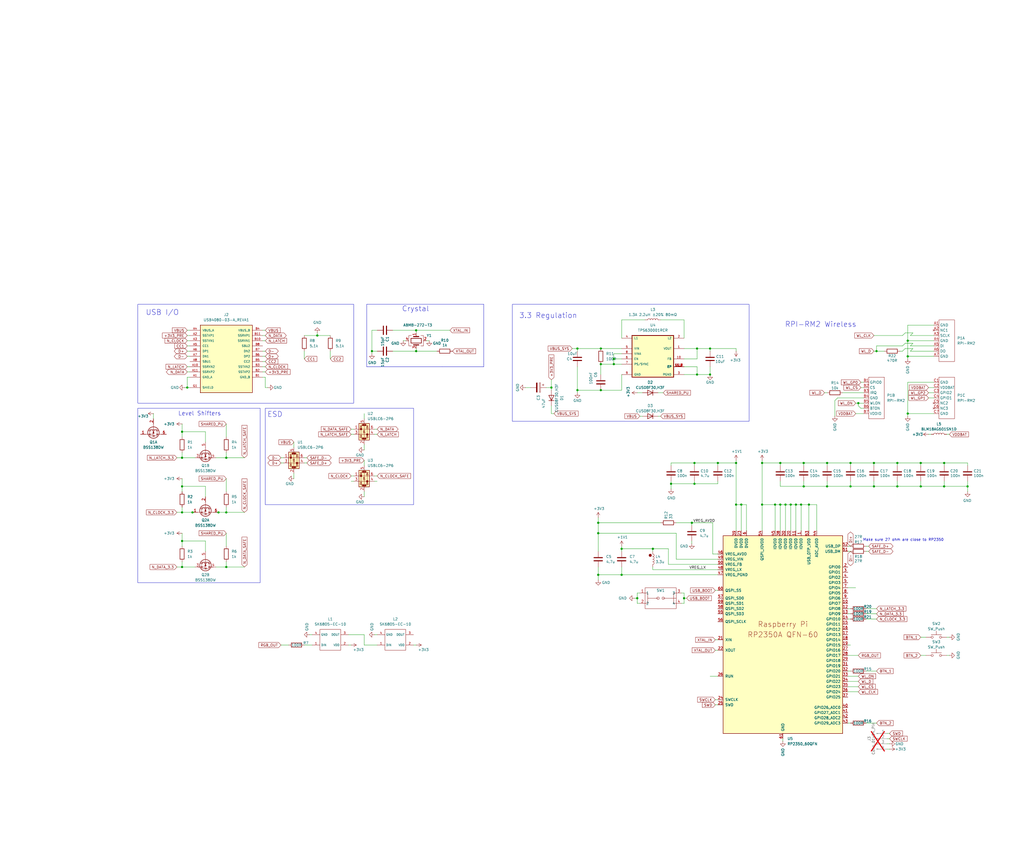
<source format=kicad_sch>
(kicad_sch (version 20250114) (generator "eeschema") (generator_version "9.0")
  (paper "User" 500 420)
  (title_block (title "HOJA Dongle") (date "2026-01-28") (company "Hand Held Legend, LLC"))
  (rectangle (start 250.19 148.59) (end 365.76 205.74))
  (rectangle (start 67.31 148.59) (end 172.72 196.85))
  (circle (center 317.5 271.145) (radius 0.635) (stroke (width 0) (color 132 0 0 1)) (fill (type color) (color 132 0 0 1)))
  (text "RPI-RM2 Wireless" (at 383.286 160.02 0) (effects (font (size 2.54 2.54)) (justify left bottom)))
  (text "Crystal" (at 196.215 152.4 0) (effects (font (size 2.54 2.54)) (justify left bottom)))
  (text "USB I/O" (at 71.12 154.178 0) (effects (font (size 2.54 2.54)) (justify left bottom)))
  (text "Make sure 27 ohm are close to RP2350\n" (at 421.386 264.414 0) (effects (font (size 1.27 1.27)) (justify left bottom)))
  (text "3.3 Regulation" (at 253.492 155.702 0) (effects (font (size 2.54 2.54)) (justify left bottom)))
  (text "Level Shifters\n" (at 107.95 203.2 0) (effects (font (size 2.0066 2.0066)) (justify right bottom)))
  (text "ESD" (at 130.556 203.962 0) (effects (font (size 2.54 2.54)) (justify left bottom)))
  (junction (at 461.01 237.49))
  (junction (at 391.16 246.38))
  (junction (at 443.23 173.99))
  (junction (at 394.97 246.38))
  (junction (at 88.9 276.86))
  (junction (at 88.9 237.49))
  (junction (at 461.01 226.06))
  (junction (at 88.9 223.52))
  (junction (at 392.43 226.06))
  (junction (at 449.58 226.06))
  (junction (at 311.15 292.1))
  (junction (at 361.95 246.38))
  (junction (at 281.94 170.18))
  (junction (at 88.9 210.82))
  (junction (at 388.62 246.38))
  (junction (at 419.1 196.85))
  (junction (at 359.41 246.38))
  (junction (at 426.72 226.06))
  (junction (at 110.49 223.52))
  (junction (at 334.01 292.1))
  (junction (at 293.37 170.18))
  (junction (at 106.68 250.19))
  (junction (at 303.53 267.97))
  (junction (at 350.52 226.06))
  (junction (at 203.2 161.29))
  (junction (at 386.08 246.38))
  (junction (at 372.11 226.06))
  (junction (at 337.82 255.27))
  (junction (at 472.44 237.49))
  (junction (at 383.54 246.38))
  (junction (at 203.2 171.45))
  (junction (at 372.11 246.38))
  (junction (at 339.09 236.22))
  (junction (at 281.94 190.5))
  (junction (at 340.36 170.18))
  (junction (at 299.72 175.26))
  (junction (at 327.66 236.22))
  (junction (at 443.23 166.37))
  (junction (at 269.24 189.23))
  (junction (at 346.71 182.88))
  (junction (at 392.43 237.49))
  (junction (at 181.61 171.45))
  (junction (at 154.94 163.83))
  (junction (at 403.86 237.49))
  (junction (at 93.98 250.19))
  (junction (at 359.41 226.06))
  (junction (at 293.37 190.5))
  (junction (at 88.9 250.19))
  (junction (at 110.49 276.86))
  (junction (at 293.37 177.8))
  (junction (at 438.15 237.49))
  (junction (at 292.1 260.35))
  (junction (at 346.71 170.18))
  (junction (at 426.72 237.49))
  (junction (at 438.15 226.06))
  (junction (at 381 246.38))
  (junction (at 292.1 280.67))
  (junction (at 415.29 226.06))
  (junction (at 381 226.06))
  (junction (at 378.46 246.38))
  (junction (at 318.77 267.97))
  (junction (at 91.44 189.23))
  (junction (at 88.9 264.16))
  (junction (at 427.99 171.45))
  (junction (at 110.49 250.19))
  (junction (at 303.53 280.67))
  (junction (at 339.09 226.06))
  (junction (at 340.36 182.88))
  (junction (at 449.58 237.49))
  (junction (at 299.72 177.8))
  (junction (at 292.1 255.27))
  (junction (at 403.86 226.06))
  (junction (at 443.23 201.93))
  (junction (at 415.29 237.49))
  (wire (pts (xy 191.77 171.45) (xy 203.2 171.45)))
  (wire (pts (xy 414.02 302.26) (xy 415.29 302.26)))
  (wire (pts (xy 419.1 335.28) (xy 414.02 335.28)))
  (wire (pts (xy 95.25 223.52) (xy 88.9 223.52)))
  (wire (pts (xy 86.36 223.52) (xy 88.9 223.52)))
  (wire (pts (xy 100.33 210.82) (xy 88.9 210.82)))
  (wire (pts (xy 443.23 186.69) (xy 455.93 186.69)))
  (wire (pts (xy 427.99 171.45) (xy 431.8 171.45)))
  (wire (pts (xy 415.29 226.06) (xy 426.72 226.06)))
  (wire (pts (xy 281.94 190.5) (xy 293.37 190.5)))
  (wire (pts (xy 327.66 236.22) (xy 327.66 238.76)))
  (wire (pts (xy 349.25 288.29) (xy 350.52 288.29)))
  (wire (pts (xy 318.77 278.13) (xy 350.52 278.13)))
  (wire (pts (xy 326.39 267.97) (xy 318.77 267.97)))
  (wire (pts (xy 110.49 207.01) (xy 110.49 213.36)))
  (wire (pts (xy 90.17 189.23) (xy 91.44 189.23)))
  (wire (pts (xy 434.34 360.68) (xy 433.07 360.68)))
  (wire (pts (xy 110.49 276.86) (xy 110.49 274.32)))
  (wire (pts (xy 129.54 181.61) (xy 128.27 181.61)))
  (wire (pts (xy 426.72 234.95) (xy 426.72 237.49)))
  (wire (pts (xy 443.23 158.75) (xy 455.93 158.75)))
  (wire (pts (xy 299.72 177.8) (xy 299.72 175.26)))
  (wire (pts (xy 303.53 266.7) (xy 303.53 267.97)))
  (wire (pts (xy 339.09 226.06) (xy 350.52 226.06)))
  (wire (pts (xy 93.98 250.19) (xy 88.9 250.19)))
  (wire (pts (xy 463.55 320.04) (xy 462.28 320.04)))
  (wire (pts (xy 129.54 171.45) (xy 128.27 171.45)))
  (wire (pts (xy 415.29 299.72) (xy 414.02 299.72)))
  (wire (pts (xy 311.15 289.56) (xy 311.15 292.1)))
  (wire (pts (xy 421.64 194.31) (xy 408.94 194.31)))
  (wire (pts (xy 444.5 168.91) (xy 455.93 168.91)))
  (wire (pts (xy 311.15 292.1) (xy 311.15 294.64)))
  (wire (pts (xy 91.44 163.83) (xy 92.71 163.83)))
  (wire (pts (xy 129.54 166.37) (xy 128.27 166.37)))
  (wire (pts (xy 472.44 234.95) (xy 472.44 237.49)))
  (wire (pts (xy 110.49 250.19) (xy 119.38 250.19)))
  (wire (pts (xy 129.54 163.83) (xy 128.27 163.83)))
  (wire (pts (xy 361.95 246.38) (xy 359.41 246.38)))
  (wire (pts (xy 129.54 189.23) (xy 130.81 189.23)))
  (wire (pts (xy 270.51 201.93) (xy 269.24 201.93)))
  (wire (pts (xy 293.37 190.5) (xy 303.53 190.5)))
  (wire (pts (xy 322.58 156.21) (xy 334.01 156.21)))
  (wire (pts (xy 177.8 201.93) (xy 177.8 204.47)))
  (wire (pts (xy 381 234.95) (xy 381 237.49)))
  (wire (pts (xy 441.96 167.64) (xy 440.69 168.91)))
  (wire (pts (xy 350.52 227.33) (xy 350.52 226.06)))
  (wire (pts (xy 256.54 189.23) (xy 259.08 189.23)))
  (wire (pts (xy 415.29 234.95) (xy 415.29 237.49)))
  (wire (pts (xy 453.39 212.09) (xy 454.66 212.09)))
  (wire (pts (xy 327.66 227.33) (xy 327.66 226.06)))
  (wire (pts (xy 364.49 246.38) (xy 364.49 259.08)))
  (wire (pts (xy 402.59 191.77) (xy 403.86 191.77)))
  (wire (pts (xy 313.69 191.77) (xy 311.15 191.77)))
  (wire (pts (xy 334.01 182.88) (xy 340.36 182.88)))
  (wire (pts (xy 171.45 212.09) (xy 172.72 212.09)))
  (wire (pts (xy 426.72 227.33) (xy 426.72 226.06)))
  (wire (pts (xy 439.42 171.45) (xy 440.69 171.45)))
  (wire (pts (xy 438.15 234.95) (xy 438.15 237.49)))
  (wire (pts (xy 349.25 344.17) (xy 350.52 344.17)))
  (wire (pts (xy 110.49 250.19) (xy 110.49 247.65)))
  (wire (pts (xy 449.58 227.33) (xy 449.58 226.06)))
  (wire (pts (xy 381 227.33) (xy 381 226.06)))
  (wire (pts (xy 292.1 252.73) (xy 292.1 255.27)))
  (wire (pts (xy 441.96 162.56) (xy 445.77 162.56)))
  (wire (pts (xy 171.45 232.41) (xy 172.72 232.41)))
  (wire (pts (xy 449.58 311.15) (xy 452.12 311.15)))
  (wire (pts (xy 398.78 246.38) (xy 398.78 259.08)))
  (wire (pts (xy 318.77 278.13) (xy 318.77 276.86)))
  (wire (pts (xy 105.41 223.52) (xy 110.49 223.52)))
  (wire (pts (xy 311.15 294.64) (xy 312.42 294.64)))
  (wire (pts (xy 420.37 189.23) (xy 421.64 189.23)))
  (wire (pts (xy 403.86 234.95) (xy 403.86 237.49)))
  (wire (pts (xy 281.94 191.77) (xy 281.94 190.5)))
  (wire (pts (xy 92.71 184.15) (xy 91.44 184.15)))
  (wire (pts (xy 332.74 289.56) (xy 334.01 289.56)))
  (wire (pts (xy 339.09 234.95) (xy 339.09 236.22)))
  (wire (pts (xy 427.99 168.91) (xy 440.69 168.91)))
  (wire (pts (xy 443.23 201.93) (xy 455.93 201.93)))
  (wire (pts (xy 414.02 266.7) (xy 415.29 266.7)))
  (wire (pts (xy 88.9 210.82) (xy 88.9 213.36)))
  (wire (pts (xy 443.23 173.99) (xy 455.93 173.99)))
  (wire (pts (xy 177.8 219.71) (xy 177.8 217.17)))
  (wire (pts (xy 137.16 314.96) (xy 140.97 314.96)))
  (wire (pts (xy 106.68 250.19) (xy 110.49 250.19)))
  (wire (pts (xy 154.94 163.83) (xy 154.94 162.56)))
  (wire (pts (xy 359.41 246.38) (xy 359.41 259.08)))
  (wire (pts (xy 327.66 234.95) (xy 327.66 236.22)))
  (wire (pts (xy 443.23 186.69) (xy 443.23 201.93)))
  (wire (pts (xy 445.77 162.56) (xy 444.5 163.83)))
  (wire (pts (xy 88.9 260.35) (xy 88.9 264.16)))
  (wire (pts (xy 203.2 170.18) (xy 203.2 171.45)))
  (wire (pts (xy 440.69 163.83) (xy 441.96 162.56)))
  (polyline (pts (xy 201.93 246.38) (xy 201.93 199.39)))
  (wire (pts (xy 392.43 227.33) (xy 392.43 226.06)))
  (wire (pts (xy 110.49 260.35) (xy 110.49 266.7)))
  (wire (pts (xy 171.45 234.95) (xy 172.72 234.95)))
  (wire (pts (xy 444.5 163.83) (xy 455.93 163.83)))
  (wire (pts (xy 426.72 226.06) (xy 438.15 226.06)))
  (wire (pts (xy 129.54 184.15) (xy 129.54 189.23)))
  (wire (pts (xy 443.23 166.37) (xy 443.23 173.99)))
  (polyline (pts (xy 236.22 177.8) (xy 236.22 179.07)))
  (polyline (pts (xy 179.07 148.59) (xy 179.07 179.07)))
  (wire (pts (xy 91.44 184.15) (xy 91.44 189.23)))
  (wire (pts (xy 177.8 242.57) (xy 177.8 240.03)))
  (wire (pts (xy 444.5 171.45) (xy 455.93 171.45)))
  (wire (pts (xy 445.77 170.18) (xy 441.96 170.18)))
  (wire (pts (xy 171.45 314.96) (xy 170.18 314.96)))
  (wire (pts (xy 420.37 199.39) (xy 419.1 198.12)))
  (wire (pts (xy 359.41 224.79) (xy 359.41 226.06)))
  (wire (pts (xy 292.1 255.27) (xy 322.58 255.27)))
  (wire (pts (xy 381 246.38) (xy 383.54 246.38)))
  (wire (pts (xy 74.93 201.93) (xy 74.93 204.47)))
  (wire (pts (xy 334.01 292.1) (xy 335.28 292.1)))
  (wire (pts (xy 181.61 171.45) (xy 181.61 172.72)))
  (wire (pts (xy 449.58 226.06) (xy 461.01 226.06)))
  (wire (pts (xy 394.97 246.38) (xy 394.97 259.08)))
  (wire (pts (xy 95.25 276.86) (xy 88.9 276.86)))
  (wire (pts (xy 129.54 173.99) (xy 128.27 173.99)))
  (wire (pts (xy 383.54 246.38) (xy 386.08 246.38)))
  (wire (pts (xy 372.11 259.08) (xy 372.11 246.38)))
  (wire (pts (xy 443.23 158.75) (xy 443.23 166.37)))
  (wire (pts (xy 327.66 236.22) (xy 339.09 236.22)))
  (wire (pts (xy 420.37 186.69) (xy 421.64 186.69)))
  (wire (pts (xy 449.58 320.04) (xy 452.12 320.04)))
  (wire (pts (xy 391.16 246.38) (xy 394.97 246.38)))
  (wire (pts (xy 171.45 209.55) (xy 172.72 209.55)))
  (polyline (pts (xy 129.54 246.38) (xy 201.93 246.38)))
  (wire (pts (xy 149.86 223.52) (xy 148.59 223.52)))
  (wire (pts (xy 281.94 170.18) (xy 293.37 170.18)))
  (wire (pts (xy 322.58 203.2) (xy 321.31 203.2)))
  (wire (pts (xy 293.37 170.18) (xy 303.53 170.18)))
  (wire (pts (xy 346.71 170.18) (xy 346.71 171.45)))
  (wire (pts (xy 91.44 168.91) (xy 92.71 168.91)))
  (wire (pts (xy 444.5 168.91) (xy 445.77 167.64)))
  (wire (pts (xy 422.91 266.7) (xy 424.18 266.7)))
  (wire (pts (xy 414.02 297.18) (xy 415.29 297.18)))
  (wire (pts (xy 419.1 337.82) (xy 414.02 337.82)))
  (wire (pts (xy 100.33 269.24) (xy 100.33 264.16)))
  (wire (pts (xy 434.34 358.14) (xy 433.07 358.14)))
  (wire (pts (xy 149.86 226.06) (xy 148.59 226.06)))
  (wire (pts (xy 129.54 176.53) (xy 128.27 176.53)))
  (wire (pts (xy 86.36 250.19) (xy 88.9 250.19)))
  (wire (pts (xy 137.16 226.06) (xy 138.43 226.06)))
  (wire (pts (xy 403.86 227.33) (xy 403.86 226.06)))
  (wire (pts (xy 453.39 189.23) (xy 455.93 189.23)))
  (wire (pts (xy 388.62 259.08) (xy 388.62 246.38)))
  (wire (pts (xy 91.44 173.99) (xy 92.71 173.99)))
  (wire (pts (xy 330.2 260.35) (xy 330.2 273.05)))
  (wire (pts (xy 330.2 255.27) (xy 337.82 255.27)))
  (wire (pts (xy 110.49 223.52) (xy 119.38 223.52)))
  (wire (pts (xy 303.53 276.86) (xy 303.53 280.67)))
  (wire (pts (xy 293.37 177.8) (xy 293.37 182.88)))
  (wire (pts (xy 184.15 232.41) (xy 182.88 232.41)))
  (wire (pts (xy 129.54 161.29) (xy 128.27 161.29)))
  (polyline (pts (xy 67.31 199.39) (xy 67.31 284.48)))
  (wire (pts (xy 161.29 171.45) (xy 161.29 175.26)))
  (wire (pts (xy 88.9 207.01) (xy 88.9 210.82)))
  (wire (pts (xy 184.15 161.29) (xy 181.61 161.29)))
  (wire (pts (xy 266.7 189.23) (xy 269.24 189.23)))
  (wire (pts (xy 461.01 227.33) (xy 461.01 226.06)))
  (wire (pts (xy 184.15 209.55) (xy 182.88 209.55)))
  (wire (pts (xy 91.44 189.23) (xy 92.71 189.23)))
  (wire (pts (xy 203.2 162.56) (xy 203.2 161.29)))
  (wire (pts (xy 361.95 259.08) (xy 361.95 246.38)))
  (polyline (pts (xy 127 199.39) (xy 127 284.48)))
  (wire (pts (xy 414.02 330.2) (xy 419.1 330.2)))
  (wire (pts (xy 292.1 260.35) (xy 292.1 269.24)))
  (wire (pts (xy 327.66 226.06) (xy 339.09 226.06)))
  (wire (pts (xy 391.16 246.38) (xy 391.16 259.08)))
  (wire (pts (xy 426.72 163.83) (xy 440.69 163.83)))
  (wire (pts (xy 303.53 177.8) (xy 299.72 177.8)))
  (wire (pts (xy 346.71 170.18) (xy 359.41 170.18)))
  (wire (pts (xy 203.2 314.96) (xy 201.93 314.96)))
  (wire (pts (xy 392.43 237.49) (xy 381 237.49)))
  (wire (pts (xy 318.77 267.97) (xy 318.77 269.24)))
  (wire (pts (xy 472.44 237.49) (xy 461.01 237.49)))
  (wire (pts (xy 279.4 170.18) (xy 281.94 170.18)))
  (wire (pts (xy 170.18 309.88) (xy 177.8 309.88)))
  (wire (pts (xy 281.94 171.45) (xy 281.94 170.18)))
  (wire (pts (xy 427.99 327.66) (xy 422.91 327.66)))
  (wire (pts (xy 419.1 196.85) (xy 419.1 198.12)))
  (wire (pts (xy 88.9 237.49) (xy 88.9 240.03)))
  (wire (pts (xy 88.9 250.19) (xy 88.9 247.65)))
  (wire (pts (xy 350.52 270.51) (xy 347.98 270.51)))
  (wire (pts (xy 128.27 184.15) (xy 129.54 184.15)))
  (wire (pts (xy 415.29 353.06) (xy 414.02 353.06)))
  (wire (pts (xy 334.01 170.18) (xy 340.36 170.18)))
  (wire (pts (xy 386.08 259.08) (xy 386.08 246.38)))
  (wire (pts (xy 340.36 175.26) (xy 340.36 170.18)))
  (wire (pts (xy 203.2 161.29) (xy 219.71 161.29)))
  (wire (pts (xy 184.15 234.95) (xy 182.88 234.95)))
  (wire (pts (xy 91.44 179.07) (xy 92.71 179.07)))
  (wire (pts (xy 403.86 237.49) (xy 392.43 237.49)))
  (wire (pts (xy 100.33 264.16) (xy 88.9 264.16)))
  (wire (pts (xy 472.44 227.33) (xy 472.44 226.06)))
  (wire (pts (xy 461.01 234.95) (xy 461.01 237.49)))
  (polyline (pts (xy 215.9 179.07) (xy 236.22 179.07)))
  (wire (pts (xy 105.41 276.86) (xy 110.49 276.86)))
  (wire (pts (xy 359.41 226.06) (xy 359.41 246.38)))
  (polyline (pts (xy 179.07 148.59) (xy 236.22 148.59)))
  (wire (pts (xy 334.01 175.26) (xy 340.36 175.26)))
  (wire (pts (xy 309.88 292.1) (xy 311.15 292.1)))
  (wire (pts (xy 303.53 156.21) (xy 314.96 156.21)))
  (wire (pts (xy 453.39 194.31) (xy 455.93 194.31)))
  (wire (pts (xy 438.15 227.33) (xy 438.15 226.06)))
  (wire (pts (xy 303.53 165.1) (xy 303.53 156.21)))
  (wire (pts (xy 337.82 265.43) (xy 337.82 264.16)))
  (wire (pts (xy 326.39 275.59) (xy 326.39 267.97)))
  (wire (pts (xy 110.49 233.68) (xy 110.49 240.03)))
  (wire (pts (xy 105.41 250.19) (xy 106.68 250.19)))
  (wire (pts (xy 441.96 170.18) (xy 440.69 171.45)))
  (wire (pts (xy 350.52 236.22) (xy 350.52 234.95)))
  (wire (pts (xy 281.94 179.07) (xy 281.94 190.5)))
  (wire (pts (xy 91.44 181.61) (xy 92.71 181.61)))
  (wire (pts (xy 269.24 189.23) (xy 269.24 190.5)))
  (wire (pts (xy 154.94 163.83) (xy 161.29 163.83)))
  (wire (pts (xy 143.51 233.68) (xy 143.51 231.14)))
  (wire (pts (xy 334.01 292.1) (xy 334.01 294.64)))
  (wire (pts (xy 461.01 237.49) (xy 449.58 237.49)))
  (wire (pts (xy 339.09 236.22) (xy 350.52 236.22)))
  (wire (pts (xy 292.1 280.67) (xy 292.1 283.21)))
  (wire (pts (xy 91.44 171.45) (xy 92.71 171.45)))
  (wire (pts (xy 349.25 341.63) (xy 350.52 341.63)))
  (wire (pts (xy 359.41 170.18) (xy 359.41 171.45)))
  (wire (pts (xy 443.23 201.93) (xy 443.23 203.2)))
  (polyline (pts (xy 127 284.48) (xy 67.31 284.48)))
  (wire (pts (xy 419.1 320.04) (xy 414.02 320.04)))
  (wire (pts (xy 323.85 191.77) (xy 321.31 191.77)))
  (wire (pts (xy 449.58 234.95) (xy 449.58 237.49)))
  (polyline (pts (xy 129.54 199.39) (xy 129.54 246.38)))
  (wire (pts (xy 372.11 246.38) (xy 378.46 246.38)))
  (wire (pts (xy 191.77 161.29) (xy 203.2 161.29)))
  (wire (pts (xy 334.01 179.07) (xy 340.36 179.07)))
  (wire (pts (xy 426.72 237.49) (xy 415.29 237.49)))
  (wire (pts (xy 350.52 317.5) (xy 349.25 317.5)))
  (wire (pts (xy 332.74 294.64) (xy 334.01 294.64)))
  (wire (pts (xy 381 226.06) (xy 392.43 226.06)))
  (wire (pts (xy 143.51 215.9) (xy 143.51 218.44)))
  (wire (pts (xy 148.59 163.83) (xy 154.94 163.83)))
  (wire (pts (xy 394.97 246.38) (xy 398.78 246.38)))
  (wire (pts (xy 303.53 175.26) (xy 299.72 175.26)))
  (polyline (pts (xy 215.9 179.07) (xy 179.07 179.07)))
  (wire (pts (xy 408.94 194.31) (xy 407.67 195.58)))
  (wire (pts (xy 414.02 287.02) (xy 417.83 287.02)))
  (wire (pts (xy 203.2 171.45) (xy 213.36 171.45)))
  (wire (pts (xy 463.55 212.09) (xy 462.28 212.09)))
  (wire (pts (xy 426.72 171.45) (xy 427.99 171.45)))
  (wire (pts (xy 303.53 172.72) (xy 299.72 172.72)))
  (wire (pts (xy 86.36 276.86) (xy 88.9 276.86)))
  (wire (pts (xy 427.99 302.26) (xy 422.91 302.26)))
  (wire (pts (xy 417.83 201.93) (xy 421.64 201.93)))
  (wire (pts (xy 184.15 171.45) (xy 181.61 171.45)))
  (wire (pts (xy 340.36 182.88) (xy 346.71 182.88)))
  (wire (pts (xy 182.88 309.88) (xy 184.15 309.88)))
  (wire (pts (xy 378.46 246.38) (xy 381 246.38)))
  (wire (pts (xy 443.23 173.99) (xy 443.23 175.26)))
  (polyline (pts (xy 236.22 148.59) (xy 236.22 177.8)))
  (wire (pts (xy 312.42 203.2) (xy 313.69 203.2)))
  (wire (pts (xy 91.44 161.29) (xy 92.71 161.29)))
  (wire (pts (xy 303.53 190.5) (xy 303.53 182.88)))
  (wire (pts (xy 415.29 237.49) (xy 403.86 237.49)))
  (wire (pts (xy 422.91 269.24) (xy 424.18 269.24)))
  (wire (pts (xy 181.61 161.29) (xy 181.61 171.45)))
  (wire (pts (xy 340.36 179.07) (xy 340.36 182.88)))
  (wire (pts (xy 151.13 309.88) (xy 152.4 309.88)))
  (wire (pts (xy 293.37 177.8) (xy 299.72 177.8)))
  (wire (pts (xy 415.29 327.66) (xy 414.02 327.66)))
  (wire (pts (xy 427.99 297.18) (xy 422.91 297.18)))
  (wire (pts (xy 444.5 171.45) (xy 445.77 170.18)))
  (wire (pts (xy 100.33 242.57) (xy 100.33 237.49)))
  (wire (pts (xy 303.53 269.24) (xy 303.53 267.97)))
  (wire (pts (xy 337.82 255.27) (xy 337.82 256.54)))
  (polyline (pts (xy 201.93 199.39) (xy 129.54 199.39)))
  (wire (pts (xy 177.8 224.79) (xy 177.8 227.33)))
  (wire (pts (xy 453.39 191.77) (xy 455.93 191.77)))
  (wire (pts (xy 340.36 170.18) (xy 346.71 170.18)))
  (wire (pts (xy 381 259.08) (xy 381 246.38)))
  (wire (pts (xy 177.8 309.88) (xy 177.8 314.96)))
  (wire (pts (xy 346.71 179.07) (xy 346.71 182.88)))
  (wire (pts (xy 438.15 226.06) (xy 449.58 226.06)))
  (wire (pts (xy 88.9 264.16) (xy 88.9 266.7)))
  (wire (pts (xy 392.43 226.06) (xy 403.86 226.06)))
  (wire (pts (xy 88.9 233.68) (xy 88.9 237.49)))
  (wire (pts (xy 269.24 185.42) (xy 269.24 189.23)))
  (wire (pts (xy 303.53 280.67) (xy 350.52 280.67)))
  (wire (pts (xy 137.16 223.52) (xy 138.43 223.52)))
  (wire (pts (xy 382.27 361.95) (xy 382.27 360.68)))
  (wire (pts (xy 434.34 365.76) (xy 433.07 365.76)))
  (wire (pts (xy 100.33 215.9) (xy 100.33 210.82)))
  (wire (pts (xy 449.58 237.49) (xy 438.15 237.49)))
  (wire (pts (xy 269.24 201.93) (xy 269.24 198.12)))
  (wire (pts (xy 407.67 195.58) (xy 407.67 203.2)))
  (wire (pts (xy 292.1 280.67) (xy 303.53 280.67)))
  (wire (pts (xy 411.48 191.77) (xy 421.64 191.77)))
  (wire (pts (xy 292.1 276.86) (xy 292.1 280.67)))
  (wire (pts (xy 434.34 363.22) (xy 433.07 363.22)))
  (wire (pts (xy 415.29 314.96) (xy 414.02 314.96)))
  (wire (pts (xy 427.99 168.91) (xy 427.99 171.45)))
  (wire (pts (xy 427.99 353.06) (xy 422.91 353.06)))
  (wire (pts (xy 177.8 314.96) (xy 184.15 314.96)))
  (wire (pts (xy 346.71 330.2) (xy 350.52 330.2)))
  (wire (pts (xy 311.15 289.56) (xy 312.42 289.56)))
  (wire (pts (xy 445.77 167.64) (xy 441.96 167.64)))
  (wire (pts (xy 414.02 332.74) (xy 419.1 332.74)))
  (wire (pts (xy 392.43 234.95) (xy 392.43 237.49)))
  (wire (pts (xy 461.01 226.06) (xy 472.44 226.06)))
  (wire (pts (xy 334.01 156.21) (xy 334.01 165.1)))
  (wire (pts (xy 383.54 259.08) (xy 383.54 246.38)))
  (wire (pts (xy 419.1 196.85) (xy 421.64 196.85)))
  (wire (pts (xy 339.09 227.33) (xy 339.09 226.06)))
  (wire (pts (xy 386.08 246.38) (xy 388.62 246.38)))
  (wire (pts (xy 303.53 267.97) (xy 318.77 267.97)))
  (wire (pts (xy 388.62 246.38) (xy 391.16 246.38)))
  (wire (pts (xy 415.29 227.33) (xy 415.29 226.06)))
  (wire (pts (xy 472.44 237.49) (xy 472.44 240.03)))
  (wire (pts (xy 347.98 270.51) (xy 347.98 255.27)))
  (polyline (pts (xy 67.31 199.39) (xy 127 199.39)))
  (wire (pts (xy 361.95 246.38) (xy 364.49 246.38)))
  (wire (pts (xy 88.9 276.86) (xy 88.9 274.32)))
  (wire (pts (xy 372.11 224.79) (xy 372.11 226.06)))
  (wire (pts (xy 148.59 314.96) (xy 152.4 314.96)))
  (wire (pts (xy 196.85 166.37) (xy 198.12 166.37)))
  (wire (pts (xy 208.28 166.37) (xy 209.55 166.37)))
  (wire (pts (xy 330.2 273.05) (xy 350.52 273.05)))
  (wire (pts (xy 372.11 226.06) (xy 381 226.06)))
  (wire (pts (xy 110.49 276.86) (xy 119.38 276.86)))
  (wire (pts (xy 463.55 311.15) (xy 462.28 311.15)))
  (wire (pts (xy 350.52 226.06) (xy 359.41 226.06)))
  (wire (pts (xy 88.9 223.52) (xy 88.9 220.98)))
  (wire (pts (xy 110.49 223.52) (xy 110.49 220.98)))
  (wire (pts (xy 403.86 226.06) (xy 415.29 226.06)))
  (wire (pts (xy 337.82 255.27) (xy 347.98 255.27)))
  (wire (pts (xy 184.15 212.09) (xy 182.88 212.09)))
  (wire (pts (xy 299.72 175.26) (xy 299.72 172.72)))
  (wire (pts (xy 349.25 312.42) (xy 350.52 312.42)))
  (wire (pts (xy 421.64 199.39) (xy 420.37 199.39)))
  (wire (pts (xy 378.46 259.08) (xy 378.46 246.38)))
  (wire (pts (xy 95.25 250.19) (xy 93.98 250.19)))
  (wire (pts (xy 427.99 299.72) (xy 422.91 299.72)))
  (wire (pts (xy 417.83 196.85) (xy 419.1 196.85)))
  (wire (pts (xy 438.15 237.49) (xy 426.72 237.49)))
  (wire (pts (xy 100.33 237.49) (xy 88.9 237.49)))
  (wire (pts (xy 91.44 166.37) (xy 92.71 166.37)))
  (wire (pts (xy 292.1 255.27) (xy 292.1 260.35)))
  (wire (pts (xy 292.1 260.35) (xy 330.2 260.35)))
  (wire (pts (xy 372.11 226.06) (xy 372.11 246.38)))
  (wire (pts (xy 148.59 171.45) (xy 148.59 175.26)))
  (wire (pts (xy 414.02 269.24) (xy 415.29 269.24)))
  (wire (pts (xy 443.23 166.37) (xy 455.93 166.37)))
  (wire (pts (xy 334.01 289.56) (xy 334.01 292.1)))
  (wire (pts (xy 129.54 179.07) (xy 128.27 179.07)))
  (wire (pts (xy 350.52 275.59) (xy 326.39 275.59)))
  (label "VREG_AVDD" (at 338.455 255.27 0))
  (label "VREG_LX" (at 336.55 278.13 0))
  (global_label "WL_D" (shape input) (at 402.59 191.77 180) (property "Intersheetrefs" "${INTERSHEET_REFS}" (effects (hide yes))))
  (global_label "N_CLOCK" (shape input) (at 129.54 179.07 0) (property "Intersheetrefs" "${INTERSHEET_REFS}" (effects (hide yes))))
  (global_label "SAFE_D-" (shape bidirectional) (at 424.18 269.24 0) (property "Intersheetrefs" "${INTERSHEET_REFS}" (effects (hide yes))))
  (global_label "CC1" (shape input) (at 91.44 168.91 180) (property "Intersheetrefs" "${INTERSHEET_REFS}" (effects (hide yes))))
  (global_label "N_LATCH_3.3" (shape input) (at 427.99 297.18 0) (property "Intersheetrefs" "${INTERSHEET_REFS}" (effects (hide yes))))
  (global_label "VBUS" (shape input) (at 91.44 161.29 180) (property "Intersheetrefs" "${INTERSHEET_REFS}" (effects (hide yes))))
  (global_label "WL_GP2" (shape input) (at 453.39 191.77 180) (property "Intersheetrefs" "${INTERSHEET_REFS}" (effects (hide yes))))
  (global_label "SWD" (shape input) (at 349.25 344.17 180) (property "Intersheetrefs" "${INTERSHEET_REFS}" (effects (hide yes))))
  (global_label "+3V3_PRE" (shape input) (at 269.24 185.42 90) (property "Intersheetrefs" "${INTERSHEET_REFS}" (effects (hide yes))))
  (global_label "+3V3_PRE" (shape input) (at 91.44 163.83 180) (property "Intersheetrefs" "${INTERSHEET_REFS}" (effects (hide yes))))
  (global_label "WL_CS" (shape input) (at 419.1 335.28 0) (property "Intersheetrefs" "${INTERSHEET_REFS}" (effects (hide yes))))
  (global_label "VBUS" (shape input) (at 129.54 161.29 0) (property "Intersheetrefs" "${INTERSHEET_REFS}" (effects (hide yes))))
  (global_label "VDDBAT" (shape input) (at 417.83 201.93 180) (property "Intersheetrefs" "${INTERSHEET_REFS}" (effects (hide yes))))
  (global_label "WL_CS" (shape input) (at 420.37 189.23 180) (property "Intersheetrefs" "${INTERSHEET_REFS}" (effects (hide yes))))
  (global_label "VDDBAT" (shape input) (at 463.55 212.09 0) (property "Intersheetrefs" "${INTERSHEET_REFS}" (effects (hide yes))))
  (global_label "+3V3_PRE" (shape input) (at 129.54 181.61 0) (property "Intersheetrefs" "${INTERSHEET_REFS}" (effects (hide yes))))
  (global_label "N_CLOCK_3.3" (shape input) (at 427.99 302.26 0) (property "Intersheetrefs" "${INTERSHEET_REFS}" (effects (hide yes))))
  (global_label "SWD" (shape input) (at 434.34 358.14 0) (property "Intersheetrefs" "${INTERSHEET_REFS}" (effects (hide yes))))
  (global_label "N_CLOCK" (shape input) (at 171.45 232.41 180) (property "Intersheetrefs" "${INTERSHEET_REFS}" (effects (hide yes))))
  (global_label "CC1" (shape input) (at 148.59 175.26 0) (property "Intersheetrefs" "${INTERSHEET_REFS}" (effects (hide yes))))
  (global_label "XTAL_OUT" (shape input) (at 220.98 171.45 0) (property "Intersheetrefs" "${INTERSHEET_REFS}" (effects (hide yes))))
  (global_label "D-" (shape bidirectional) (at 137.16 223.52 180) (property "Intersheetrefs" "${INTERSHEET_REFS}" (effects (hide yes))))
  (global_label "N_DATA_3.3" (shape input) (at 86.36 276.86 180) (property "Intersheetrefs" "${INTERSHEET_REFS}" (effects (hide yes))))
  (global_label "BTN_1" (shape input) (at 449.58 311.15 180) (property "Intersheetrefs" "${INTERSHEET_REFS}" (effects (hide yes))))
  (global_label "USB_BOOT" (shape input) (at 335.28 292.1 0) (property "Intersheetrefs" "${INTERSHEET_REFS}" (effects (hide yes))))
  (global_label "N_CLOCK_SAFE" (shape input) (at 119.38 250.19 90) (property "Intersheetrefs" "${INTERSHEET_REFS}" (effects (hide yes))))
  (global_label "N_LATCH_3.3" (shape input) (at 86.36 223.52 180) (property "Intersheetrefs" "${INTERSHEET_REFS}" (effects (hide yes))))
  (global_label "BTN_2" (shape input) (at 449.58 320.04 180) (property "Intersheetrefs" "${INTERSHEET_REFS}" (effects (hide yes))))
  (global_label "N_LATCH" (shape input) (at 184.15 212.09 0) (property "Intersheetrefs" "${INTERSHEET_REFS}" (effects (hide yes))))
  (global_label "XTAL_IN" (shape input) (at 349.25 312.42 180) (property "Intersheetrefs" "${INTERSHEET_REFS}" (effects (hide yes))))
  (global_label "N_DATA" (shape bidirectional) (at 91.44 181.61 180) (property "Intersheetrefs" "${INTERSHEET_REFS}" (effects (hide yes))))
  (global_label "VBUS_SYS" (shape input) (at 322.58 203.2 0) (property "Intersheetrefs" "${INTERSHEET_REFS}" (effects (hide yes))))
  (global_label "RGB_OUT" (shape input) (at 137.16 314.96 180) (property "Intersheetrefs" "${INTERSHEET_REFS}" (effects (hide yes))))
  (global_label "SHARED_PU" (shape input) (at 110.49 260.35 180) (property "Intersheetrefs" "${INTERSHEET_REFS}" (effects (hide yes))))
  (global_label "N_DATA_SAFE" (shape input) (at 119.38 276.86 90) (property "Intersheetrefs" "${INTERSHEET_REFS}" (effects (hide yes))))
  (global_label "CC2" (shape input) (at 129.54 176.53 0) (property "Intersheetrefs" "${INTERSHEET_REFS}" (effects (hide yes))))
  (global_label "VDDBAT" (shape input) (at 453.39 189.23 180) (property "Intersheetrefs" "${INTERSHEET_REFS}" (effects (hide yes))))
  (global_label "XTAL_OUT" (shape input) (at 349.25 317.5 180) (property "Intersheetrefs" "${INTERSHEET_REFS}" (effects (hide yes))))
  (global_label "D+" (shape bidirectional) (at 129.54 173.99 0) (property "Intersheetrefs" "${INTERSHEET_REFS}" (effects (hide yes))))
  (global_label "+3V3_PRE" (shape input) (at 177.8 224.79 180) (property "Intersheetrefs" "${INTERSHEET_REFS}" (effects (hide yes))))
  (global_label "N_DATA" (shape bidirectional) (at 184.15 209.55 0) (property "Intersheetrefs" "${INTERSHEET_REFS}" (effects (hide yes))))
  (global_label "SHARED_PU" (shape input) (at 323.85 191.77 0) (property "Intersheetrefs" "${INTERSHEET_REFS}" (effects (hide yes))))
  (global_label "N_CLOCK_SAFE" (shape input) (at 184.15 232.41 0) (property "Intersheetrefs" "${INTERSHEET_REFS}" (effects (hide yes))))
  (global_label "N_LATCH_SAFE" (shape input) (at 171.45 212.09 180) (property "Intersheetrefs" "${INTERSHEET_REFS}" (effects (hide yes))))
  (global_label "SAFE_D+" (shape bidirectional) (at 424.18 266.7 0) (property "Intersheetrefs" "${INTERSHEET_REFS}" (effects (hide yes))))
  (global_label "DI-" (shape bidirectional) (at 415.29 269.24 270) (property "Intersheetrefs" "${INTERSHEET_REFS}" (effects (hide yes))))
  (global_label "SAFE_D-" (shape bidirectional) (at 149.86 223.52 0) (property "Intersheetrefs" "${INTERSHEET_REFS}" (effects (hide yes))))
  (global_label "N_DATA_SAFE" (shape input) (at 171.45 209.55 180) (property "Intersheetrefs" "${INTERSHEET_REFS}" (effects (hide yes))))
  (global_label "N_CLOCK_3.3" (shape input) (at 86.36 250.19 180) (property "Intersheetrefs" "${INTERSHEET_REFS}" (effects (hide yes))))
  (global_label "WL_D" (shape input) (at 419.1 332.74 0) (property "Intersheetrefs" "${INTERSHEET_REFS}" (effects (hide yes))))
  (global_label "SHARED_PU" (shape input) (at 110.49 233.68 180) (property "Intersheetrefs" "${INTERSHEET_REFS}" (effects (hide yes))))
  (global_label "WL_D" (shape input) (at 426.72 171.45 180) (property "Intersheetrefs" "${INTERSHEET_REFS}" (effects (hide yes))))
  (global_label "D+" (shape bidirectional) (at 91.44 171.45 180) (property "Intersheetrefs" "${INTERSHEET_REFS}" (effects (hide yes))))
  (global_label "USB_BOOT" (shape input) (at 349.25 288.29 180) (property "Intersheetrefs" "${INTERSHEET_REFS}" (effects (hide yes))))
  (global_label "D-" (shape bidirectional) (at 129.54 171.45 0) (property "Intersheetrefs" "${INTERSHEET_REFS}" (effects (hide yes))))
  (global_label "SWCLK" (shape input) (at 434.34 360.68 0) (property "Intersheetrefs" "${INTERSHEET_REFS}" (effects (hide yes))))
  (global_label "SAFE_D+" (shape bidirectional) (at 149.86 226.06 0) (property "Intersheetrefs" "${INTERSHEET_REFS}" (effects (hide yes))))
  (global_label "D+" (shape bidirectional) (at 137.16 226.06 180) (property "Intersheetrefs" "${INTERSHEET_REFS}" (effects (hide yes))))
  (global_label "VBUS_SYS" (shape input) (at 279.4 170.18 180) (property "Intersheetrefs" "${INTERSHEET_REFS}" (effects (hide yes))))
  (global_label "N_LATCH_SAFE" (shape input) (at 119.38 223.52 90) (property "Intersheetrefs" "${INTERSHEET_REFS}" (effects (hide yes))))
  (global_label "WL_CLK" (shape input) (at 426.72 163.83 180) (property "Intersheetrefs" "${INTERSHEET_REFS}" (effects (hide yes))))
  (global_label "WL_GP0" (shape input) (at 420.37 186.69 180) (property "Intersheetrefs" "${INTERSHEET_REFS}" (effects (hide yes))))
  (global_label "XTAL_IN" (shape input) (at 219.71 161.29 0) (property "Intersheetrefs" "${INTERSHEET_REFS}" (effects (hide yes))))
  (global_label "SWCLK" (shape input) (at 349.25 341.63 180) (property "Intersheetrefs" "${INTERSHEET_REFS}" (effects (hide yes))))
  (global_label "WL_ON" (shape input) (at 417.83 196.85 180) (property "Intersheetrefs" "${INTERSHEET_REFS}" (effects (hide yes))))
  (global_label "WL_ON" (shape input) (at 419.1 330.2 0) (property "Intersheetrefs" "${INTERSHEET_REFS}" (effects (hide yes))))
  (global_label "WL_CLK" (shape input) (at 419.1 337.82 0) (property "Intersheetrefs" "${INTERSHEET_REFS}" (effects (hide yes))))
  (global_label "D-" (shape bidirectional) (at 91.44 173.99 180) (property "Intersheetrefs" "${INTERSHEET_REFS}" (effects (hide yes))))
  (global_label "RGB_OUT" (shape input) (at 419.1 320.04 0) (property "Intersheetrefs" "${INTERSHEET_REFS}" (effects (hide yes))))
  (global_label "N_DATA_3.3" (shape input) (at 427.99 299.72 0) (property "Intersheetrefs" "${INTERSHEET_REFS}" (effects (hide yes))))
  (global_label "SHARED_PU" (shape input) (at 110.49 207.01 180) (property "Intersheetrefs" "${INTERSHEET_REFS}" (effects (hide yes))))
  (global_label "WL_GP1" (shape input) (at 453.39 194.31 180) (property "Intersheetrefs" "${INTERSHEET_REFS}" (effects (hide yes))))
  (global_label "N_LATCH" (shape input) (at 91.44 179.07 180) (property "Intersheetrefs" "${INTERSHEET_REFS}" (effects (hide yes))))
  (global_label "N_DATA" (shape bidirectional) (at 129.54 163.83 0) (property "Intersheetrefs" "${INTERSHEET_REFS}" (effects (hide yes))))
  (global_label "VBUS" (shape input) (at 312.42 203.2 180) (property "Intersheetrefs" "${INTERSHEET_REFS}" (effects (hide yes))))
  (global_label "N_CLOCK" (shape input) (at 91.44 166.37 180) (property "Intersheetrefs" "${INTERSHEET_REFS}" (effects (hide yes))))
  (global_label "DI+" (shape bidirectional) (at 415.29 266.7 90) (property "Intersheetrefs" "${INTERSHEET_REFS}" (effects (hide yes))))
  (global_label "CC2" (shape input) (at 161.29 175.26 0) (property "Intersheetrefs" "${INTERSHEET_REFS}" (effects (hide yes))))
  (global_label "VBUS_SYS" (shape input) (at 270.51 201.93 0) (property "Intersheetrefs" "${INTERSHEET_REFS}" (effects (hide yes))))
  (global_label "VBUS" (shape input) (at 143.51 215.9 180) (property "Intersheetrefs" "${INTERSHEET_REFS}" (effects (hide yes))))
  (global_label "BTN_2" (shape input) (at 427.99 353.06 0) (property "Intersheetrefs" "${INTERSHEET_REFS}" (effects (hide yes))))
  (global_label "BTN_1" (shape input) (at 427.99 327.66 0) (property "Intersheetrefs" "${INTERSHEET_REFS}" (effects (hide yes))))
  (global_label "N_LATCH" (shape input) (at 129.54 166.37 0) (property "Intersheetrefs" "${INTERSHEET_REFS}" (effects (hide yes))))
  (symbol (lib_id "Device:C") (at 339.09 231.14 0) (unit 1)
    (property "Reference" "C10" (at 342.011 229.9716 0) (effects (justify left)))
    (property "Value" "4.7u" (at 342.011 232.283 0) (effects (justify left)))
    (property "Footprint" "Capacitor_SMD:C_0402_1005Metric" (effects (hide yes)))
    (property "Description" "10V 4.7uF X5R ±10% 0402 Ceramic Capacitors RoHS" (effects (hide yes)))
    (property "LCSC" "C368809" (effects (hide yes)))
    (property "MPN" "CL05A475KP5NRNC" (effects (hide yes)))
    (property "Manufacturer" "Samsung Electro-Mechanics" (effects (hide yes)))
  )
  (symbol (lib_id "Switch:SW_Push") (at 457.2 320.04 0) (unit 1)
    (property "Reference" "SW3" (at 457.2 313.4192 0))
    (property "Value" "SW_Push" (at 457.2 315.9561 0))
    (property "Footprint" "hhl:KSC-TE" (effects (hide yes)))
    (property "Datasheet" "https://www.lcsc.com/datasheet/C221725.pdf" (effects (hide yes)))
    (property "Description" "Soft 160gf actuator, 3.5mm height tactile button IP67" (effects (hide yes)))
    (property "MPN" "KSC201J LFS" (effects (hide yes)))
    (property "LCSC" "C221725" (effects (hide yes)))
    (property "Manufacturer" "C&K" (effects (hide yes)))
  )
  (symbol (lib_id "power:GND") (at 209.55 166.37 0) (unit 1)
    (property "Reference" "#PWR022" (effects (hide yes)))
    (property "Value" "GND" (at 213.36 167.64 0))
  )
  (symbol (lib_id "Device:C") (at 303.53 273.05 0) (unit 1)
    (property "Reference" "C7" (at 307.34 271.78 0) (effects (justify left)))
    (property "Value" "4.7u" (at 307.34 274.32 0) (effects (justify left)))
    (property "Footprint" "Capacitor_SMD:C_0402_1005Metric" (effects (hide yes)))
    (property "Description" "10V 4.7uF X5R ±10% 0402 Ceramic Capacitors RoHS" (effects (hide yes)))
    (property "LCSC" "C368809" (effects (hide yes)))
    (property "MPN" "CL05A475KP5NRNC" (effects (hide yes)))
    (property "Manufacturer" "Samsung Electro-Mechanics" (effects (hide yes)))
  )
  (symbol (lib_id "power:GND") (at 154.94 162.56 180) (unit 1)
    (property "Reference" "#PWR012" (effects (hide yes)))
    (property "Value" "GND" (at 154.94 157.48 0))
  )
  (symbol (lib_id "Device:R") (at 419.1 269.24 270) (unit 1)
    (property "Reference" "R18" (at 419.1 271.78 90))
    (property "Value" "27R" (at 419.1 273.9136 90))
    (property "Footprint" "Resistor_SMD:R_0201_0603Metric" (effects (hide yes)))
    (property "Description" "Resistor" (effects (hide yes)))
    (property "LCSC" "C273268" (effects (hide yes)))
    (property "MPN" "RC0201FR-0727RL" (effects (hide yes)))
    (property "Price" "0.0006" (effects (hide yes)))
    (property "Confirmed" "YES" (effects (hide yes)))
    (property "Link" "https://www.lcsc.com/product-detail/Chip-Resistor-Surface-Mount_YAGEO-RC0201FR-0727RL_C273268.html" (effects (hide yes)))
    (property "Package" "0201" (effects (hide yes)))
    (property "Manufacturer" "YAGEO" (effects (hide yes)))
    (property "Reviewed" "Yes" (effects (hide yes)))
  )
  (symbol (lib_id "Device:L") (at 458.47 212.09 90) (unit 1)
    (property "Reference" "L5" (at 458.47 207.01 90))
    (property "Value" "BLM18AG601SN1D" (at 458.47 209.55 90))
    (property "Footprint" "Inductor_SMD:L_0603_1608Metric" (effects (hide yes)))
    (property "Description" "Murata Electronics Ferrite Bead" (effects (hide yes)))
    (property "LCSC" "C19330" (effects (hide yes)))
    (property "MPN" "BLM18AG601SN1D" (effects (hide yes)))
    (property "Package" "0603" (effects (hide yes)))
    (property "USBDNP" "YES" (effects (hide yes)))
    (property "Reviewed" "Yes" (effects (hide yes)))
    (property "Manufacturer" "Murata Electronics" (effects (hide yes)))
  )
  (symbol (lib_id "Device:L") (at 318.77 156.21 90) (unit 1)
    (property "Reference" "L3" (at 318.77 151.13 90))
    (property "Value" "1.3A 2.2uH ±20% 80mΩ" (at 318.77 153.67 90))
    (property "Footprint" "Inductor_SMD:L_1008_2520Metric" (effects (hide yes)))
    (property "Description" "1.3A 2.2uH ±20% 80mΩ 1008 Inductors (SMD) ROHS" (effects (hide yes)))
    (property "MPN" "MIP25202R2MBE" (effects (hide yes)))
    (property "LCSC" "C315721" (effects (hide yes)))
    (property "Price" "0.0208" (effects (hide yes)))
    (property "Package" "1008" (effects (hide yes)))
  )
  (symbol (lib_id "hhl:RPI-RM2") (at 427.99 194.31 0) (unit 2)
    (property "Reference" "P1" (at 433.07 193.0399 0) (effects (justify left)))
    (property "Value" "RPI-RM2" (at 433.07 195.5799 0) (effects (justify left)))
    (property "Footprint" "hhl:RPI_RM2" (effects (hide yes)))
    (property "Description" "Raspberry Pi RM2 Wireless Module" (effects (hide yes)))
    (property "MPN" "RPI-RM2" (effects (hide yes)))
    (property "USBDNP" "YES" (effects (hide yes)))
    (property "Reviewed" " " (effects (hide yes)))
    (property "Manufacturer" "Raspberry Pi" (effects (hide yes)))
  )
  (symbol (lib_id "power:+3V3") (at 453.39 212.09 90) (unit 1)
    (property "Reference" "#PWR042" (effects (hide yes)))
    (property "Value" "+3V3" (at 448.056 212.09 90))
  )
  (symbol (lib_id "Device:C") (at 438.15 231.14 0) (unit 1)
    (property "Reference" "C18" (at 441.071 229.9716 0) (effects (justify left)))
    (property "Value" "100n" (at 441.071 232.283 0) (effects (justify left)))
    (property "Footprint" "Capacitor_SMD:C_0201_0603Metric" (effects (hide yes)))
    (property "Description" "10V 100nF X5R ±10% 0201 Ceramic Capacitors RoHS" (effects (hide yes)))
    (property "LCSC" "C76934" (effects (hide yes)))
    (property "MPN" "GRM033R61A104KE15D" (effects (hide yes)))
    (property "Manufacturer" "muRata" (effects (hide yes)))
  )
  (symbol (lib_id "Device:C") (at 381 231.14 0) (unit 1)
    (property "Reference" "C13" (at 383.286 229.9716 0) (effects (justify left)))
    (property "Value" "100n" (at 383.286 232.283 0) (effects (justify left)))
    (property "Footprint" "Capacitor_SMD:C_0201_0603Metric" (effects (hide yes)))
    (property "Description" "10V 100nF X5R ±10% 0201 Ceramic Capacitors RoHS" (effects (hide yes)))
    (property "LCSC" "C76934" (effects (hide yes)))
    (property "MPN" "GRM033R61A104KE15D" (effects (hide yes)))
    (property "Manufacturer" "muRata" (effects (hide yes)))
  )
  (symbol (lib_id "power:GND") (at 434.34 363.22 90) (unit 1)
    (property "Reference" "#PWR039" (effects (hide yes)))
    (property "Value" "GND" (at 439.166 363.22 90))
    (property "Description" "Power symbol creates a global label with name \"GND\" , ground" (effects (hide yes)))
  )
  (symbol (lib_id "Device:R") (at 88.9 243.84 0) (unit 1)
    (property "Reference" "R2" (at 91.44 242.5699 0) (effects (justify left)))
    (property "Value" "1k" (at 91.44 245.1099 0) (effects (justify left)))
    (property "Footprint" "Resistor_SMD:R_0402_1005Metric" (effects (hide yes)))
    (property "Description" "62.5mW Thick Film Resistors 50V ±100ppm/℃ ±1% 1kΩ" (effects (hide yes)))
    (property "LCSC" "C106235" (effects (hide yes)))
    (property "MPN" "RC0402FR-071KL" (effects (hide yes)))
    (property "Price" "0.0004" (effects (hide yes)))
    (property "Package" "0402" (effects (hide yes)))
  )
  (symbol (lib_id "Device:R") (at 144.78 314.96 90) (unit 1)
    (property "Reference" "R7" (at 149.352 313.944 90))
    (property "Value" "100R" (at 144.78 314.96 90))
    (property "Footprint" "Resistor_SMD:R_0201_0603Metric" (effects (hide yes)))
    (property "Description" "Resistor" (effects (hide yes)))
    (property "LCSC" "C77623" (effects (hide yes)))
    (property "MPN" "RC0201FR-07100RL" (effects (hide yes)))
    (property "Price" "0.0006" (effects (hide yes)))
    (property "Confirmed" "YES" (effects (hide yes)))
    (property "Link" "https://www.lcsc.com/product-detail/Chip-Resistor-Surface-Mount_YAGEO-RC0201FR-0727RL_C273268.html" (effects (hide yes)))
    (property "Package" "0201" (effects (hide yes)))
    (property "Reviewed" "Yes" (effects (hide yes)))
    (property "Manufacturer" "YAGEO" (effects (hide yes)))
  )
  (symbol (lib_id "power:+1V1") (at 359.41 224.79 0) (unit 1)
    (property "Reference" "#PWR035" (effects (hide yes)))
    (property "Value" "+1V1" (at 359.791 220.3958 0))
  )
  (symbol (lib_id "power:GND") (at 256.54 189.23 270) (unit 1)
    (property "Reference" "#PWR023" (effects (hide yes)))
    (property "Value" "GND" (at 252.73 189.23 0))
  )
  (symbol (lib_id "Device:R") (at 293.37 173.99 0) (unit 1)
    (property "Reference" "R11" (at 295.91 172.7199 0) (effects (justify left)))
    (property "Value" "100R" (at 295.91 175.2599 0) (effects (justify left)))
    (property "Footprint" "Resistor_SMD:R_0201_0603Metric" (effects (hide yes)))
    (property "Description" "62.5mW Thick Film Resistors 50V ±100ppm/℃ ±1% 100Ω" (effects (hide yes)))
    (property "LCSC" "C77623" (effects (hide yes)))
    (property "MPN" "RC0201FR-07100RL" (effects (hide yes)))
    (property "Price" "0.0005" (effects (hide yes)))
    (property "Package" "0201" (effects (hide yes)))
  )
  (symbol (lib_id "Connector:Conn_01x04_Pin") (at 427.99 360.68 0) (unit 1) (in_bom no) (dnp yes)
    (property "Reference" "J3" (at 424.434 360.68 90))
    (property "Value" "Conn_01x04_Pin" (at 426.466 360.68 90))
    (property "Footprint" "Connector_PinHeader_2.00mm:PinHeader_1x04_P2.00mm_Vertical" (effects (hide yes)))
    (property "Description" "Generic connector, single row, 01x04, script generated" (effects (hide yes)))
  )
  (symbol (lib_id "Device:C") (at 346.71 175.26 0) (unit 1)
    (property "Reference" "C11" (at 349.631 174.0916 0) (effects (justify left)))
    (property "Value" "10uF" (at 349.25 176.53 0) (effects (justify left)))
    (property "Footprint" "Capacitor_SMD:C_0805_2012Metric" (effects (hide yes)))
    (property "Description" "10V 10uF X5R ±10%" (effects (hide yes)))
    (property "MPN" "CL21A106KPFNNNE" (effects (hide yes)))
    (property "LCSC" "C17024" (effects (hide yes)))
    (property "Price" "0.0050" (effects (hide yes)))
    (property "Package" "0805" (effects (hide yes)))
  )
  (symbol (lib_id "power:GND") (at 382.27 361.95 0) (unit 1)
    (property "Reference" "#PWR037" (effects (hide yes)))
    (property "Value" "GND" (at 382.27 367.284 90))
    (property "Description" "Power symbol creates a global label with name \"GND\" , ground" (effects (hide yes)))
  )
  (symbol (lib_id "Device:R") (at 419.1 327.66 90) (unit 1)
    (property "Reference" "R15" (at 423.672 326.644 90))
    (property "Value" "100R" (at 419.1 327.66 90))
    (property "Footprint" "Resistor_SMD:R_0201_0603Metric" (effects (hide yes)))
    (property "Description" "Resistor" (effects (hide yes)))
    (property "LCSC" "C77623" (effects (hide yes)))
    (property "MPN" "RC0201FR-07100RL" (effects (hide yes)))
    (property "Price" "0.0006" (effects (hide yes)))
    (property "Confirmed" "YES" (effects (hide yes)))
    (property "Link" "https://www.lcsc.com/product-detail/Chip-Resistor-Surface-Mount_YAGEO-RC0201FR-0727RL_C273268.html" (effects (hide yes)))
    (property "Package" "0201" (effects (hide yes)))
    (property "Reviewed" "Yes" (effects (hide yes)))
    (property "Manufacturer" "YAGEO" (effects (hide yes)))
  )
  (symbol (lib_id "Device:C") (at 187.96 161.29 270) (unit 1)
    (property "Reference" "C1" (at 189.1284 164.211 0) (effects (justify left)))
    (property "Value" "15pF" (at 186.817 164.211 0) (effects (justify left)))
    (property "Footprint" "Capacitor_SMD:C_0402_1005Metric" (effects (hide yes)))
    (property "Description" "50V 15pF NP0 ±1%" (effects (hide yes)))
    (property "MPN" "CC0402FRNPO9BN150" (effects (hide yes)))
    (property "LCSC" "C326803" (effects (hide yes)))
    (property "Price" "0.0022" (effects (hide yes)))
    (property "Package" "0402" (effects (hide yes)))
  )
  (symbol (lib_id "power:GND") (at 151.13 309.88 270) (unit 1)
    (property "Reference" "#PWR011" (effects (hide yes)))
    (property "Value" "GND" (at 149.86 306.07 0))
  )
  (symbol (lib_id "Device:R") (at 217.17 171.45 270) (unit 1)
    (property "Reference" "R10" (at 217.17 166.1922 90))
    (property "Value" "1k" (at 217.17 168.5036 90))
    (property "Footprint" "Resistor_SMD:R_0402_1005Metric" (effects (hide yes)))
    (property "Description" "62.5mW Thick Film Resistors 50V ±100ppm/℃ ±1% 1kΩ" (effects (hide yes)))
    (property "LCSC" "C106235" (effects (hide yes)))
    (property "MPN" "RC0402FR-071KL" (effects (hide yes)))
    (property "Price" "0.0004" (effects (hide yes)))
    (property "Package" "0402" (effects (hide yes)))
  )
  (symbol (lib_id "power:GND") (at 90.17 189.23 270) (unit 1)
    (property "Reference" "#PWR013" (effects (hide yes)))
    (property "Value" "GND" (at 85.344 189.23 90))
  )
  (symbol (lib_id "Device:C") (at 426.72 231.14 0) (unit 1)
    (property "Reference" "C17" (at 429.641 229.9716 0) (effects (justify left)))
    (property "Value" "100n" (at 429.641 232.283 0) (effects (justify left)))
    (property "Footprint" "Capacitor_SMD:C_0201_0603Metric" (effects (hide yes)))
    (property "Description" "10V 100nF X5R ±10% 0201 Ceramic Capacitors RoHS" (effects (hide yes)))
    (property "LCSC" "C76934" (effects (hide yes)))
    (property "MPN" "GRM033R61A104KE15D" (effects (hide yes)))
    (property "Manufacturer" "muRata" (effects (hide yes)))
  )
  (symbol (lib_id "hhl:RP2350_60QFN") (at 382.27 309.88 0) (unit 1)
    (property "Reference" "U5" (at 384.4133 360.68 0) (effects (justify left)))
    (property "Value" "RP2350_60QFN" (at 384.4133 363.22 0) (effects (justify left)))
    (property "Footprint" "hhl:RP2350-QFN-60-1EP_7x7_P0.4mm_EP3.4x3.4mm_ThermalVias" (effects (hide yes)))
    (property "Description" "QFN-60(7x7) Microcontrollers RoHS" (effects (hide yes)))
    (property "LCSC" "C41378174" (effects (hide yes)))
    (property "MPN" "RP2354A" (effects (hide yes)))
    (property "Manufacturer" "Raspberry Pi" (effects (hide yes)))
  )
  (symbol (lib_id "Device:R") (at 407.67 191.77 270) (unit 1)
    (property "Reference" "R14" (at 407.67 186.944 90))
    (property "Value" "10k" (at 407.67 189.484 90))
    (property "Footprint" "Resistor_SMD:R_0201_0603Metric" (effects (hide yes)))
    (property "Description" "50mW Thick Film Resistors 25V ±1% ±200ppm/℃ 10kΩ" (effects (hide yes)))
    (property "LCSC" "C106225" (effects (hide yes)))
    (property "MPN" "RC0201FR-0710KL " (effects (hide yes)))
    (property "Manufacturer" "YAGEO" (effects (hide yes)))
    (property "Price" "0.0006" (effects (hide yes)))
    (property "Package" "0201" (effects (hide yes)))
    (property "USBDNP" "YES" (effects (hide yes)))
    (property "Reviewed" "Yes" (effects (hide yes)))
  )
  (symbol (lib_id "power:+3V3") (at 311.15 191.77 90) (unit 1)
    (property "Reference" "#PWR029" (effects (hide yes)))
    (property "Value" "+3V3" (at 306.7558 191.389 0))
  )
  (symbol (lib_id "power:GND") (at 177.8 219.71 270) (unit 1)
    (property "Reference" "#PWR016" (effects (hide yes)))
    (property "Value" "GND" (at 177.8 222.25 90) (effects (justify right)))
  )
  (symbol (lib_id "Device:R") (at 326.39 255.27 90) (unit 1)
    (property "Reference" "R12" (at 325.2216 253.492 0) (effects (justify left)))
    (property "Value" "33" (at 327.533 253.492 0) (effects (justify left)))
    (property "Footprint" "Resistor_SMD:R_0201_0603Metric" (effects (hide yes)))
    (property "Description" "Resistor" (effects (hide yes)))
    (property "LCSC" "C295794" (effects (hide yes)))
    (property "MPN" "RC0201FR-0733RL" (effects (hide yes)))
    (property "Manufacturer" "YAGEO" (effects (hide yes)))
  )
  (symbol (lib_id "power:GND") (at 346.71 182.88 0) (unit 1)
    (property "Reference" "#PWR033" (effects (hide yes)))
    (property "Value" "GND" (at 346.71 186.69 0))
  )
  (symbol (lib_id "power:GND") (at 472.44 240.03 0) (mirror y) (unit 1)
    (property "Reference" "#PWR045" (effects (hide yes)))
    (property "Value" "GND" (at 472.313 244.4242 0))
  )
  (symbol (lib_id "hhl:1TS026A-1000-0550") (at 322.58 292.1 0) (unit 1)
    (property "Reference" "SW1" (at 322.58 288.29 0))
    (property "Value" "1TS026A-1000-0550" (effects (hide yes)))
    (property "Footprint" "hhl:1TS026A-1000-0550" (effects (hide yes)))
    (property "Datasheet" "https://datasheet.lcsc.com/lcsc/2201131300_HYP--Hongyuan-Precision-1TS026A-1000-0550-CT_C913778.pdf" (effects (hide yes)))
    (property "Description" "50mA 2.6mm 100MΩ 200,000 Times 12V 100gf 1.6mm 0.55mm Round Button Standing paste SPST SMD,1.6x2.6mm Tactile Switches ROHS" (effects (hide yes)))
    (property "MPN" "1TS026A-1000-0550" (effects (hide yes)))
    (property "LCSC" "C913778" (effects (hide yes)))
    (property "Price" "0.0458" (effects (hide yes)))
    (property "Confirmed" "YES" (effects (hide yes)))
    (property "Link" "https://www.lcsc.com/product-detail/Tactile-Switches_HYP-Hongyuan-Precision-1TS026A-1000-0550-CT_C913778.html" (effects (hide yes)))
    (property "Package" "SMD,1.6x2.6mm " (effects (hide yes)))
    (property "Manufacturer" "HYP" (effects (hide yes)))
  )
  (symbol (lib_id "Device:R") (at 419.1 297.18 90) (unit 1)
    (property "Reference" "R20" (at 423.672 296.164 90))
    (property "Value" "100R" (at 419.1 297.18 90))
    (property "Footprint" "Resistor_SMD:R_0201_0603Metric" (effects (hide yes)))
    (property "Description" "Resistor" (effects (hide yes)))
    (property "LCSC" "C77623" (effects (hide yes)))
    (property "MPN" "RC0201FR-07100RL" (effects (hide yes)))
    (property "Price" "0.0006" (effects (hide yes)))
    (property "Confirmed" "YES" (effects (hide yes)))
    (property "Link" "https://www.lcsc.com/product-detail/Chip-Resistor-Surface-Mount_YAGEO-RC0201FR-0727RL_C273268.html" (effects (hide yes)))
    (property "Package" "0201" (effects (hide yes)))
    (property "Reviewed" "Yes" (effects (hide yes)))
    (property "Manufacturer" "YAGEO" (effects (hide yes)))
  )
  (symbol (lib_id "power:+3V3") (at 359.41 171.45 180) (unit 1)
    (property "Reference" "#PWR034" (effects (hide yes)))
    (property "Value" "+3V3" (at 359.029 175.8442 0))
  )
  (symbol (lib_id "Device:R") (at 110.49 270.51 0) (unit 1)
    (property "Reference" "R6" (at 113.03 269.2399 0) (effects (justify left)))
    (property "Value" "1k" (at 113.03 271.7799 0) (effects (justify left)))
    (property "Footprint" "Resistor_SMD:R_0402_1005Metric" (effects (hide yes)))
    (property "Description" "62.5mW Thick Film Resistors 50V ±100ppm/℃ ±1% 1kΩ" (effects (hide yes)))
    (property "LCSC" "C106235" (effects (hide yes)))
    (property "MPN" "RC0402FR-071KL" (effects (hide yes)))
    (property "Price" "0.0004" (effects (hide yes)))
    (property "Package" "0402" (effects (hide yes)))
  )
  (symbol (lib_id "Device:C") (at 392.43 231.14 0) (unit 1)
    (property "Reference" "C14" (at 395.351 229.9716 0) (effects (justify left)))
    (property "Value" "100n" (at 395.351 232.283 0) (effects (justify left)))
    (property "Footprint" "Capacitor_SMD:C_0201_0603Metric" (effects (hide yes)))
    (property "Description" "10V 100nF X5R ±10% 0201 Ceramic Capacitors RoHS" (effects (hide yes)))
    (property "LCSC" "C76934" (effects (hide yes)))
    (property "MPN" "GRM033R61A104KE15D" (effects (hide yes)))
    (property "Manufacturer" "muRata" (effects (hide yes)))
  )
  (symbol (lib_id "Device:C") (at 403.86 231.14 0) (unit 1)
    (property "Reference" "C15" (at 406.781 229.9716 0) (effects (justify left)))
    (property "Value" "100n" (at 406.781 232.283 0) (effects (justify left)))
    (property "Footprint" "Capacitor_SMD:C_0201_0603Metric" (effects (hide yes)))
    (property "Description" "10V 100nF X5R ±10% 0201 Ceramic Capacitors RoHS" (effects (hide yes)))
    (property "LCSC" "C76934" (effects (hide yes)))
    (property "MPN" "GRM033R61A104KE15D" (effects (hide yes)))
    (property "Manufacturer" "muRata" (effects (hide yes)))
  )
  (symbol (lib_id "power:GND") (at 177.8 242.57 270) (unit 1)
    (property "Reference" "#PWR017" (effects (hide yes)))
    (property "Value" "GND" (at 177.8 245.11 90) (effects (justify right)))
  )
  (symbol (lib_id "power:+1V1") (at 303.53 266.7 0) (unit 1)
    (property "Reference" "#PWR027" (effects (hide yes)))
    (property "Value" "+1V1" (at 303.911 262.3058 0))
  )
  (symbol (lib_id "Device:R") (at 148.59 167.64 0) (unit 1)
    (property "Reference" "R8" (at 151.13 166.37 0) (effects (justify left)))
    (property "Value" "5.1k" (at 151.13 168.91 0) (effects (justify left)))
    (property "Footprint" "Resistor_SMD:R_0402_1005Metric" (effects (hide yes)))
    (property "Description" "62.5mW Thick Film Resistors 50V ±100ppm/℃ ±1% 5.1kΩ" (effects (hide yes)))
    (property "LCSC" "C105872" (effects (hide yes)))
    (property "MPN" "RC0402FR-075K1L" (effects (hide yes)))
    (property "Price" "0.0004" (effects (hide yes)))
    (property "Package" "0402" (effects (hide yes)))
  )
  (symbol (lib_id "Device:R") (at 110.49 243.84 0) (unit 1)
    (property "Reference" "R5" (at 113.03 242.5699 0) (effects (justify left)))
    (property "Value" "1k" (at 113.03 245.1099 0) (effects (justify left)))
    (property "Footprint" "Resistor_SMD:R_0402_1005Metric" (effects (hide yes)))
    (property "Description" "62.5mW Thick Film Resistors 50V ±100ppm/℃ ±1% 1kΩ" (effects (hide yes)))
    (property "LCSC" "C106235" (effects (hide yes)))
    (property "MPN" "RC0402FR-071KL" (effects (hide yes)))
    (property "Price" "0.0004" (effects (hide yes)))
    (property "Package" "0402" (effects (hide yes)))
  )
  (symbol (lib_id "Device:R") (at 88.9 270.51 0) (unit 1)
    (property "Reference" "R3" (at 91.44 269.2399 0) (effects (justify left)))
    (property "Value" "1k" (at 91.44 271.7799 0) (effects (justify left)))
    (property "Footprint" "Resistor_SMD:R_0402_1005Metric" (effects (hide yes)))
    (property "Description" "62.5mW Thick Film Resistors 50V ±100ppm/℃ ±1% 1kΩ" (effects (hide yes)))
    (property "LCSC" "C106235" (effects (hide yes)))
    (property "MPN" "RC0402FR-071KL" (effects (hide yes)))
    (property "Price" "0.0004" (effects (hide yes)))
    (property "Package" "0402" (effects (hide yes)))
  )
  (symbol (lib_id "power:+3V3") (at 74.93 201.93 90) (unit 1)
    (property "Reference" "#PWR01" (effects (hide yes)))
    (property "Value" "+3V3" (at 69.85 203.2 90))
  )
  (symbol (lib_id "power:GND") (at 309.88 292.1 270) (unit 1)
    (property "Reference" "#PWR028" (effects (hide yes)))
    (property "Value" "GND" (at 306.07 292.1 90) (effects (justify right)))
  )
  (symbol (lib_id "Device:C") (at 472.44 231.14 0) (unit 1)
    (property "Reference" "C21" (at 475.361 229.9716 0) (effects (justify left)))
    (property "Value" "100n" (at 475.361 232.283 0) (effects (justify left)))
    (property "Footprint" "Capacitor_SMD:C_0201_0603Metric" (effects (hide yes)))
    (property "Description" "10V 100nF X5R ±10% 0201 Ceramic Capacitors RoHS" (effects (hide yes)))
    (property "LCSC" "C76934" (effects (hide yes)))
    (property "MPN" "GRM033R61A104KE15D" (effects (hide yes)))
    (property "Manufacturer" "muRata" (effects (hide yes)))
  )
  (symbol (lib_id "power:+3V3") (at 88.9 233.68 90) (unit 1)
    (property "Reference" "#PWR03" (effects (hide yes)))
    (property "Value" "+3V3" (at 82.55 233.68 90))
  )
  (symbol (lib_id "power:GND") (at 463.55 311.15 90) (unit 1)
    (property "Reference" "#PWR043" (effects (hide yes)))
    (property "Value" "GND" (at 467.9442 311.023 0))
  )
  (symbol (lib_id "power:+3V3") (at 88.9 260.35 90) (unit 1)
    (property "Reference" "#PWR04" (effects (hide yes)))
    (property "Value" "+3V3" (at 82.55 260.35 90))
  )
  (symbol (lib_id "power:+3V3") (at 203.2 314.96 270) (unit 1)
    (property "Reference" "#PWR021" (effects (hide yes)))
    (property "Value" "+3V3" (at 206.756 317.246 90))
  )
  (symbol (lib_id "Power_Protection:USBLC6-2P6") (at 143.51 223.52 0) (unit 1)
    (property "Reference" "U1" (at 145.1611 215.9 0) (effects (justify left)))
    (property "Value" "USBLC6-2P6" (at 145.1611 218.44 0) (effects (justify left)))
    (property "Footprint" "Package_TO_SOT_SMD:SOT-666" (effects (hide yes)))
    (property "Datasheet" "https://www.st.com/resource/en/datasheet/usblc6-2.pdf" (effects (hide yes)))
    (property "Description" "Very low capacitance ESD protection diode, 2 data-line, SOT-666" (effects (hide yes)))
  )
  (symbol (lib_id "Switch:SW_Push") (at 457.2 311.15 0) (unit 1)
    (property "Reference" "SW2" (at 457.2 304.5292 0))
    (property "Value" "SW_Push" (at 457.2 307.0661 0))
    (property "Footprint" "hhl:KSC-TE" (effects (hide yes)))
    (property "Datasheet" "https://www.lcsc.com/datasheet/C221725.pdf" (effects (hide yes)))
    (property "Description" "Soft 160gf actuator, 3.5mm height tactile button IP67" (effects (hide yes)))
    (property "MPN" "KSC201J LFS" (effects (hide yes)))
    (property "LCSC" "C221725" (effects (hide yes)))
    (property "Manufacturer" "C&K" (effects (hide yes)))
  )
  (symbol (lib_id "power:GND") (at 407.67 203.2 0) (unit 1)
    (property "Reference" "#PWR038" (effects (hide yes)))
    (property "Value" "GND" (at 407.67 208.534 90))
  )
  (symbol (lib_id "hhl:SK6805-EC-10") (at 193.04 312.42 0) (unit 1)
    (property "Reference" "L2" (at 193.04 302.26 0))
    (property "Value" "SK6805-EC-10" (at 193.04 304.8 0))
    (property "Footprint" "hhl:SK6805-EC-10" (effects (hide yes)))
    (property "Datasheet" "https://cdn-shop.adafruit.com/product-files/5849/SK6805-EC10-000_REV.01_EN.pdf" (effects (hide yes)))
    (property "Description" "0606 RGB LEDs(Built-in IC) ROHS" (effects (hide yes)))
    (property "MPN" "SK6805-EC-10" (effects (hide yes)))
    (property "Price" "0.0492" (effects (hide yes)))
    (property "Package" "0606" (effects (hide yes)))
  )
  (symbol (lib_id "hhl:SK6805-EC-10") (at 161.29 312.42 0) (unit 1)
    (property "Reference" "L1" (at 161.29 302.26 0))
    (property "Value" "SK6805-EC-10" (at 161.29 304.8 0))
    (property "Footprint" "hhl:SK6805-EC-10" (effects (hide yes)))
    (property "Datasheet" "https://cdn-shop.adafruit.com/product-files/5849/SK6805-EC10-000_REV.01_EN.pdf" (effects (hide yes)))
    (property "Description" "0606 RGB LEDs(Built-in IC) ROHS" (effects (hide yes)))
    (property "MPN" "SK6805-EC-10" (effects (hide yes)))
    (property "Price" "0.0492" (effects (hide yes)))
    (property "Package" "0606" (effects (hide yes)))
  )
  (symbol (lib_id "Device:R") (at 419.1 302.26 90) (unit 1)
    (property "Reference" "R21" (at 423.672 301.244 90))
    (property "Value" "100R" (at 419.1 302.26 90))
    (property "Footprint" "Resistor_SMD:R_0201_0603Metric" (effects (hide yes)))
    (property "Description" "Resistor" (effects (hide yes)))
    (property "LCSC" "C77623" (effects (hide yes)))
    (property "MPN" "RC0201FR-07100RL" (effects (hide yes)))
    (property "Price" "0.0006" (effects (hide yes)))
    (property "Confirmed" "YES" (effects (hide yes)))
    (property "Link" "https://www.lcsc.com/product-detail/Chip-Resistor-Surface-Mount_YAGEO-RC0201FR-0727RL_C273268.html" (effects (hide yes)))
    (property "Package" "0201" (effects (hide yes)))
    (property "Reviewed" "Yes" (effects (hide yes)))
    (property "Manufacturer" "YAGEO" (effects (hide yes)))
  )
  (symbol (lib_id "power:GND") (at 182.88 309.88 270) (unit 1)
    (property "Reference" "#PWR019" (effects (hide yes)))
    (property "Value" "GND" (at 181.61 306.07 0))
  )
  (symbol (lib_id "power:GND") (at 337.82 265.43 0) (unit 1)
    (property "Reference" "#PWR032" (effects (hide yes)))
    (property "Value" "GND" (at 334.01 266.7 0))
  )
  (symbol (lib_id "Device:C_Polarized") (at 262.89 189.23 270) (unit 1)
    (property "Reference" "C3" (at 262.89 195.58 0) (effects (justify right)))
    (property "Value" "47uF" (at 265.43 199.39 0) (effects (justify right)))
    (property "Footprint" "Capacitor_Tantalum_SMD:CP_EIA-3216-18_Kemet-A" (effects (hide yes)))
    (property "LCSC" "C7190" (effects (hide yes)))
    (property "MPN" "TAJA476K006RNJ" (effects (hide yes)))
    (property "Price" "0.0544" (effects (hide yes)))
  )
  (symbol (lib_id "Device:C") (at 281.94 175.26 180) (unit 1)
    (property "Reference" "C4" (at 279.4 175.26 0) (effects (justify left)))
    (property "Value" "10uF" (at 281.94 172.72 0) (effects (justify left)))
    (property "Footprint" "Capacitor_SMD:C_0805_2012Metric" (effects (hide yes)))
    (property "Description" "10V 10uF X5R ±10%" (effects (hide yes)))
    (property "MPN" "CL21A106KPFNNNE" (effects (hide yes)))
    (property "LCSC" "C17024" (effects (hide yes)))
    (property "Price" "0.0050" (effects (hide yes)))
    (property "Package" "0805" (effects (hide yes)))
  )
  (symbol (lib_id "power:+3V3") (at 434.34 365.76 270) (unit 1)
    (property "Reference" "#PWR05" (effects (hide yes)))
    (property "Value" "+3V3" (at 439.674 365.76 90))
  )
  (symbol (lib_id "power:GND") (at 143.51 233.68 270) (unit 1)
    (property "Reference" "#PWR010" (effects (hide yes)))
    (property "Value" "GND" (at 143.51 236.22 90) (effects (justify right)))
  )
  (symbol (lib_id "hhl:BSS138DW") (at 100.33 276.86 0) (mirror y) (unit 2)
    (property "Reference" "Q2" (at 100.33 280.67 0))
    (property "Value" "BSS138DW" (at 100.33 283.21 0))
    (property "Footprint" "Package_TO_SOT_SMD:SOT-363_SC-70-6" (effects (hide yes)))
    (property "Datasheet" "https://datasheet.lcsc.com/lcsc/1912111437_Diodes-Incorporated-BSS138DW-7-F_C154900.pdf" (effects (hide yes)))
    (property "Description" "50V 200mA 200mW 3.5Ω@10V,220mA 1.5V@250uA 2 N-Channel SC-70-6(SOT-363) MOSFETs ROHS" (effects (hide yes)))
    (property "MPN" "BSS138DW-7-F" (effects (hide yes)))
    (property "LCSC" "C154900" (effects (hide yes)))
    (property "Price" "0.037" (effects (hide yes)))
    (property "Package" "SC-70-6(SOT-363)" (effects (hide yes)))
  )
  (symbol (lib_id "power:+3V3") (at 171.45 314.96 270) (unit 1)
    (property "Reference" "#PWR015" (effects (hide yes)))
    (property "Value" "+3V3" (at 175.006 317.246 90))
  )
  (symbol (lib_id "hhl:TPS63000DRCR") (at 318.77 172.72 0) (unit 1)
    (property "Reference" "U4" (at 318.77 158.75 0))
    (property "Value" "TPS630001RCR" (at 318.77 161.29 0))
    (property "Footprint" "hhl:VREG_V62_16624-01YE" (effects (hide yes)))
    (property "Description" "High efficiency Buck-Boost Converter with 1.8A Current Switches in 3x3 QFN" (effects (hide yes)))
    (property "MF" "Texas Instruments" (effects (hide yes)))
    (property "Package" "VSON-10 Texas Instruments" (effects (hide yes)))
    (property "Price" "0.565" (effects (hide yes)))
    (property "SnapEDA_Link" "https://www.snapeda.com/parts/TPS63000DRCR/Texas+Instruments/view-part/?ref=snap" (effects (hide yes)))
    (property "MPN" "TPS63001DRCR" (effects (hide yes)))
    (property "Availability" "In Stock" (effects (hide yes)))
    (property "Check_prices" "https://www.snapeda.com/parts/TPS63000DRCR/Texas+Instruments/view-part/?ref=eda" (effects (hide yes)))
    (property "LCSC" "C28060" (effects (hide yes)))
  )
  (symbol (lib_id "power:GND") (at 327.66 238.76 0) (unit 1)
    (property "Reference" "#PWR031" (effects (hide yes)))
    (property "Value" "GND" (at 327.787 243.1542 0))
  )
  (symbol (lib_id "power:+3V3") (at 88.9 207.01 90) (unit 1)
    (property "Reference" "#PWR02" (effects (hide yes)))
    (property "Value" "+3V3" (at 82.55 207.01 90))
  )
  (symbol (lib_id "progcc_v3:CUS08F30") (at 317.5 203.2 180) (unit 1)
    (property "Reference" "D3" (at 317.5 198.12 0))
    (property "Value" "CUS08F30,H3F" (at 317.5 200.66 0))
    (property "Footprint" "Diode_SMD:D_SOD-323_HandSoldering" (effects (hide yes)))
    (property "Datasheet" "${KIPRJMOD}/../progcc_v3_libs/docs/CUS08F30_datasheet_en_20140414.pdf" (effects (hide yes)))
    (property "Description" "SOD-323 Schottky Diodes ROHS" (effects (hide yes)))
    (property "MPN" "CUS08F30,H3F" (effects (hide yes)))
    (property "Price" "0.0092" (effects (hide yes)))
    (property "LCSC" "C150183" (effects (hide yes)))
    (property "Package" "SOD-323 " (effects (hide yes)))
  )
  (symbol (lib_id "Device:R") (at 161.29 167.64 0) (unit 1)
    (property "Reference" "R9" (at 163.83 166.37 0) (effects (justify left)))
    (property "Value" "5.1k" (at 163.83 168.91 0) (effects (justify left)))
    (property "Footprint" "Resistor_SMD:R_0402_1005Metric" (effects (hide yes)))
    (property "Description" "62.5mW Thick Film Resistors 50V ±100ppm/℃ ±1% 5.1kΩ" (effects (hide yes)))
    (property "LCSC" "C105872" (effects (hide yes)))
    (property "MPN" "RC0402FR-075K1L" (effects (hide yes)))
    (property "Price" "0.0004" (effects (hide yes)))
    (property "Package" "0402" (effects (hide yes)))
  )
  (symbol (lib_id "power:GND") (at 443.23 203.2 0) (unit 1)
    (property "Reference" "#PWR041" (effects (hide yes)))
    (property "Value" "GND" (at 443.23 208.534 90))
  )
  (symbol (lib_id "Device:R") (at 110.49 217.17 0) (unit 1)
    (property "Reference" "R4" (at 113.03 215.8999 0) (effects (justify left)))
    (property "Value" "1k" (at 113.03 218.4399 0) (effects (justify left)))
    (property "Footprint" "Resistor_SMD:R_0402_1005Metric" (effects (hide yes)))
    (property "Description" "62.5mW Thick Film Resistors 50V ±100ppm/℃ ±1% 1kΩ" (effects (hide yes)))
    (property "LCSC" "C106235" (effects (hide yes)))
    (property "MPN" "RC0402FR-071KL" (effects (hide yes)))
    (property "Price" "0.0004" (effects (hide yes)))
    (property "Package" "0402" (effects (hide yes)))
  )
  (symbol (lib_id "power:GND") (at 292.1 283.21 0) (mirror y) (unit 1)
    (property "Reference" "#PWR026" (effects (hide yes)))
    (property "Value" "GND" (at 295.91 284.48 0))
  )
  (symbol (lib_id "power:GND") (at 443.23 175.26 0) (unit 1)
    (property "Reference" "#PWR040" (effects (hide yes)))
    (property "Value" "GND" (at 443.23 180.594 90))
  )
  (symbol (lib_id "Device:C") (at 337.82 260.35 0) (unit 1)
    (property "Reference" "C9" (at 341.63 259.08 0) (effects (justify left)))
    (property "Value" "4.7u" (at 341.63 261.62 0) (effects (justify left)))
    (property "Footprint" "Capacitor_SMD:C_0402_1005Metric" (effects (hide yes)))
    (property "Description" "10V 4.7uF X5R ±10% 0402 Ceramic Capacitors RoHS" (effects (hide yes)))
    (property "LCSC" "C368809" (effects (hide yes)))
    (property "MPN" "CL05A475KP5NRNC" (effects (hide yes)))
    (property "Manufacturer" "Samsung Electro-Mechanics" (effects (hide yes)))
  )
  (symbol (lib_id "hhl:BSS138DW") (at 100.33 250.19 0) (mirror y) (unit 1)
    (property "Reference" "Q2" (at 100.33 254 0))
    (property "Value" "BSS138DW" (at 100.33 256.54 0))
    (property "Footprint" "Package_TO_SOT_SMD:SOT-363_SC-70-6" (effects (hide yes)))
    (property "Datasheet" "https://datasheet.lcsc.com/lcsc/1912111437_Diodes-Incorporated-BSS138DW-7-F_C154900.pdf" (effects (hide yes)))
    (property "Description" "50V 200mA 200mW 3.5Ω@10V,220mA 1.5V@250uA 2 N-Channel SC-70-6(SOT-363) MOSFETs ROHS" (effects (hide yes)))
    (property "MPN" "BSS138DW-7-F" (effects (hide yes)))
    (property "LCSC" "C154900" (effects (hide yes)))
    (property "Price" "0.037" (effects (hide yes)))
    (property "Package" "SC-70-6(SOT-363)" (effects (hide yes)))
  )
  (symbol (lib_id "Device:R") (at 419.1 353.06 90) (unit 1)
    (property "Reference" "R16" (at 423.672 352.044 90))
    (property "Value" "100R" (at 419.1 353.06 90))
    (property "Footprint" "Resistor_SMD:R_0201_0603Metric" (effects (hide yes)))
    (property "Description" "Resistor" (effects (hide yes)))
    (property "LCSC" "C77623" (effects (hide yes)))
    (property "MPN" "RC0201FR-07100RL" (effects (hide yes)))
    (property "Price" "0.0006" (effects (hide yes)))
    (property "Confirmed" "YES" (effects (hide yes)))
    (property "Link" "https://www.lcsc.com/product-detail/Chip-Resistor-Surface-Mount_YAGEO-RC0201FR-0727RL_C273268.html" (effects (hide yes)))
    (property "Package" "0201" (effects (hide yes)))
    (property "Reviewed" "Yes" (effects (hide yes)))
    (property "Manufacturer" "YAGEO" (effects (hide yes)))
  )
  (symbol (lib_id "Device:R") (at 419.1 266.7 270) (unit 1)
    (property "Reference" "R17" (at 419.1 264.668 90))
    (property "Value" "27R" (at 419.1 262.128 90))
    (property "Footprint" "Resistor_SMD:R_0201_0603Metric" (effects (hide yes)))
    (property "Description" "Resistor" (effects (hide yes)))
    (property "LCSC" "C273268" (effects (hide yes)))
    (property "MPN" "RC0201FR-0727RL" (effects (hide yes)))
    (property "Price" "0.0006" (effects (hide yes)))
    (property "Confirmed" "YES" (effects (hide yes)))
    (property "Link" "https://www.lcsc.com/product-detail/Chip-Resistor-Surface-Mount_YAGEO-RC0201FR-0727RL_C273268.html" (effects (hide yes)))
    (property "Package" "0201" (effects (hide yes)))
    (property "Manufacturer" "YAGEO" (effects (hide yes)))
    (property "Reviewed" "Yes" (effects (hide yes)))
  )
  (symbol (lib_id "Device:C") (at 293.37 186.69 180) (unit 1)
    (property "Reference" "C6" (at 290.83 181.61 90) (effects (justify left)))
    (property "Value" "100nF" (at 288.5186 181.61 90) (effects (justify left)))
    (property "Footprint" "Capacitor_SMD:C_0402_1005Metric" (effects (hide yes)))
    (property "Description" "6.3V 100nF X7R ±10%" (effects (hide yes)))
    (property "MPN" "CC0402KRX7R5BB104" (effects (hide yes)))
    (property "LCSC" "C541406" (effects (hide yes)))
    (property "Price" "0.0007" (effects (hide yes)))
    (property "Package" "0402" (effects (hide yes)))
  )
  (symbol (lib_id "Device:R") (at 419.1 299.72 90) (unit 1)
    (property "Reference" "R19" (at 423.672 298.704 90))
    (property "Value" "100R" (at 419.1 299.72 90))
    (property "Footprint" "Resistor_SMD:R_0201_0603Metric" (effects (hide yes)))
    (property "Description" "Resistor" (effects (hide yes)))
    (property "LCSC" "C77623" (effects (hide yes)))
    (property "MPN" "RC0201FR-07100RL" (effects (hide yes)))
    (property "Price" "0.0006" (effects (hide yes)))
    (property "Confirmed" "YES" (effects (hide yes)))
    (property "Link" "https://www.lcsc.com/product-detail/Chip-Resistor-Surface-Mount_YAGEO-RC0201FR-0727RL_C273268.html" (effects (hide yes)))
    (property "Package" "0201" (effects (hide yes)))
    (property "Reviewed" "Yes" (effects (hide yes)))
    (property "Manufacturer" "YAGEO" (effects (hide yes)))
  )
  (symbol (lib_id "Device:C") (at 187.96 171.45 270) (unit 1)
    (property "Reference" "C2" (at 189.1284 174.371 0) (effects (justify left)))
    (property "Value" "15pF" (at 186.817 174.371 0) (effects (justify left)))
    (property "Footprint" "Capacitor_SMD:C_0402_1005Metric" (effects (hide yes)))
    (property "Description" "50V 15pF NP0 ±1%" (effects (hide yes)))
    (property "MPN" "CC0402FRNPO9BN150" (effects (hide yes)))
    (property "LCSC" "C326803" (effects (hide yes)))
    (property "Price" "0.0022" (effects (hide yes)))
    (property "Package" "0402" (effects (hide yes)))
  )
  (symbol (lib_id "Device:L") (at 318.77 273.05 0) (unit 1)
    (property "Reference" "L4" (at 320.04 271.78 0) (effects (justify left)))
    (property "Value" "3.3u" (at 320.04 274.32 0) (effects (justify left)))
    (property "Footprint" "hhl:L_pol_2016" (effects (hide yes)))
    (property "Datasheet" "https://abracon.com/datasheets/AOTA-B201610S3R3-101-T.pdf" (effects (hide yes)))
    (property "Description" "0806 POLARIZED Fixed Inductors RoHS" (effects (hide yes)))
    (property "LCSC" "C42411119" (effects (hide yes)))
    (property "MPN" "AOTA-B201610S3R3-101-T" (effects (hide yes)))
    (property "Manufacturer" "Abraco LLC" (effects (hide yes)))
  )
  (symbol (lib_id "power:GND") (at 130.81 189.23 90) (unit 1)
    (property "Reference" "#PWR014" (effects (hide yes)))
    (property "Value" "GND" (at 135.636 189.23 90))
  )
  (symbol (lib_id "hhl:RPI-RM2") (at 462.28 194.31 0) (unit 3)
    (property "Reference" "P1" (at 467.36 193.0399 0) (effects (justify left)))
    (property "Value" "RPI-RM2" (at 467.36 195.5799 0) (effects (justify left)))
    (property "Footprint" "hhl:RPI_RM2" (effects (hide yes)))
    (property "Description" "Raspberry Pi RM2 Wireless Module" (effects (hide yes)))
    (property "MPN" "RPI-RM2" (effects (hide yes)))
    (property "USBDNP" "YES" (effects (hide yes)))
    (property "Reviewed" " " (effects (hide yes)))
    (property "Manufacturer" "Raspberry Pi" (effects (hide yes)))
  )
  (symbol (lib_id "Device:R") (at 435.61 171.45 90) (unit 1)
    (property "Reference" "R22" (at 435.61 173.736 90))
    (property "Value" "470R" (at 435.61 176.022 90))
    (property "Footprint" "Resistor_SMD:R_0201_0603Metric" (effects (hide yes)))
    (property "Description" "50mW Thick Film Resistors ±1% ±200ppm/℃ 470Ω 0201 Chip Resistor - Surface Mount ROHS" (effects (hide yes)))
    (property "LCSC" "C226558" (effects (hide yes)))
    (property "MPN" "AC0201FR-07470RL" (effects (hide yes)))
    (property "Price" "0.0006" (effects (hide yes)))
    (property "Package" "0201" (effects (hide yes)))
    (property "USBDNP" "YES" (effects (hide yes)))
    (property "Reviewed" "Yes" (effects (hide yes)))
    (property "Manufacturer" "YAGEO" (effects (hide yes)))
  )
  (symbol (lib_id "Device:C") (at 415.29 231.14 0) (unit 1)
    (property "Reference" "C16" (at 418.211 229.9716 0) (effects (justify left)))
    (property "Value" "100n" (at 418.211 232.283 0) (effects (justify left)))
    (property "Footprint" "Capacitor_SMD:C_0201_0603Metric" (effects (hide yes)))
    (property "Description" "10V 100nF X5R ±10% 0201 Ceramic Capacitors RoHS" (effects (hide yes)))
    (property "LCSC" "C76934" (effects (hide yes)))
    (property "MPN" "GRM033R61A104KE15D" (effects (hide yes)))
    (property "Manufacturer" "muRata" (effects (hide yes)))
  )
  (symbol (lib_id "progcc_v3:CUS08F30") (at 269.24 194.31 90) (unit 1)
    (property "Reference" "D1" (at 274.32 194.31 0))
    (property "Value" "CUS08F30,H3F" (at 271.78 194.31 0))
    (property "Footprint" "Diode_SMD:D_SOD-323_HandSoldering" (effects (hide yes)))
    (property "Datasheet" "${KIPRJMOD}/../progcc_v3_libs/docs/CUS08F30_datasheet_en_20140414.pdf" (effects (hide yes)))
    (property "Description" "SOD-323 Schottky Diodes ROHS" (effects (hide yes)))
    (property "MPN" "CUS08F30,H3F" (effects (hide yes)))
    (property "Price" "0.0092" (effects (hide yes)))
    (property "LCSC" "C150183" (effects (hide yes)))
    (property "Package" "SOD-323 " (effects (hide yes)))
  )
  (symbol (lib_id "power:GND") (at 196.85 166.37 0) (unit 1)
    (property "Reference" "#PWR020" (effects (hide yes)))
    (property "Value" "GND" (at 193.04 167.64 0))
  )
  (symbol (lib_id "hhl:BSS138DW") (at 100.33 223.52 0) (mirror y) (unit 2)
    (property "Reference" "Q1" (at 100.33 227.33 0))
    (property "Value" "BSS138DW" (at 100.33 229.87 0))
    (property "Footprint" "Package_TO_SOT_SMD:SOT-363_SC-70-6" (effects (hide yes)))
    (property "Datasheet" "https://datasheet.lcsc.com/lcsc/1912111437_Diodes-Incorporated-BSS138DW-7-F_C154900.pdf" (effects (hide yes)))
    (property "Description" "50V 200mA 200mW 3.5Ω@10V,220mA 1.5V@250uA 2 N-Channel SC-70-6(SOT-363) MOSFETs ROHS" (effects (hide yes)))
    (property "MPN" "BSS138DW-7-F" (effects (hide yes)))
    (property "LCSC" "C154900" (effects (hide yes)))
    (property "Price" "0.037" (effects (hide yes)))
    (property "Package" "SC-70-6(SOT-363)" (effects (hide yes)))
  )
  (symbol (lib_id "power:GND") (at 281.94 191.77 0) (unit 1)
    (property "Reference" "#PWR024" (effects (hide yes)))
    (property "Value" "GND" (at 281.94 195.58 0))
  )
  (symbol (lib_id "power:GND") (at 181.61 172.72 0) (unit 1)
    (property "Reference" "#PWR018" (effects (hide yes)))
    (property "Value" "GND" (at 181.737 177.1142 0))
  )
  (symbol (lib_id "Device:C") (at 461.01 231.14 0) (unit 1)
    (property "Reference" "C20" (at 463.931 229.9716 0) (effects (justify left)))
    (property "Value" "100n" (at 463.931 232.283 0) (effects (justify left)))
    (property "Footprint" "Capacitor_SMD:C_0201_0603Metric" (effects (hide yes)))
    (property "Description" "10V 100nF X5R ±10% 0201 Ceramic Capacitors RoHS" (effects (hide yes)))
    (property "LCSC" "C76934" (effects (hide yes)))
    (property "MPN" "GRM033R61A104KE15D" (effects (hide yes)))
    (property "Manufacturer" "muRata" (effects (hide yes)))
  )
  (symbol (lib_id "hhl:BSS138DW") (at 74.93 212.09 0) (mirror y) (unit 1)
    (property "Reference" "Q1" (at 74.93 215.9 0))
    (property "Value" "BSS138DW" (at 74.93 218.44 0))
    (property "Footprint" "Package_TO_SOT_SMD:SOT-363_SC-70-6" (effects (hide yes)))
    (property "Datasheet" "https://datasheet.lcsc.com/lcsc/1912111437_Diodes-Incorporated-BSS138DW-7-F_C154900.pdf" (effects (hide yes)))
    (property "Description" "50V 200mA 200mW 3.5Ω@10V,220mA 1.5V@250uA 2 N-Channel SC-70-6(SOT-363) MOSFETs ROHS" (effects (hide yes)))
    (property "MPN" "BSS138DW-7-F" (effects (hide yes)))
    (property "LCSC" "C154900" (effects (hide yes)))
    (property "Price" "0.037" (effects (hide yes)))
    (property "Package" "SC-70-6(SOT-363)" (effects (hide yes)))
  )
  (symbol (lib_id "Device:Crystal_GND24") (at 203.2 166.37 270) (unit 1)
    (property "Reference" "Y1" (at 208.28 163.83 90) (effects (justify left)))
    (property "Value" "ABM8-272-T3" (at 196.85 158.75 90) (effects (justify left)))
    (property "Footprint" "Crystal:Crystal_SMD_3225-4Pin_3.2x2.5mm" (effects (hide yes)))
    (property "Description" "12MHz SMD3225-4P Crystals ROHS" (effects (hide yes)))
    (property "MPN" "ABM8-272-T3" (effects (hide yes)))
    (property "LCSC" "C20625731" (effects (hide yes)))
    (property "Price" " 0.2381" (effects (hide yes)))
    (property "Package" "SMD3225-4P " (effects (hide yes)))
  )
  (symbol (lib_id "Device:C") (at 327.66 231.14 0) (unit 1)
    (property "Reference" "C8" (at 330.581 229.9716 0) (effects (justify left)))
    (property "Value" "100n" (at 330.581 232.283 0) (effects (justify left)))
    (property "Footprint" "Capacitor_SMD:C_0201_0603Metric" (effects (hide yes)))
    (property "Description" "10V 100nF X5R ±10% 0201 Ceramic Capacitors RoHS" (effects (hide yes)))
    (property "LCSC" "C76934" (effects (hide yes)))
    (property "MPN" "GRM033R61A104KE15D" (effects (hide yes)))
    (property "Manufacturer" "muRata" (effects (hide yes)))
  )
  (symbol (lib_id "power:+3V3") (at 292.1 252.73 0) (unit 1)
    (property "Reference" "#PWR025" (effects (hide yes)))
    (property "Value" "+3V3" (at 292.481 248.3358 0))
  )
  (symbol (lib_id "power:GND") (at 463.55 320.04 90) (unit 1)
    (property "Reference" "#PWR044" (effects (hide yes)))
    (property "Value" "GND" (at 467.9442 319.913 0))
  )
  (symbol (lib_id "Power_Protection:USBLC6-2P6") (at 177.8 209.55 0) (unit 1)
    (property "Reference" "U2" (at 179.4511 201.93 0) (effects (justify left)))
    (property "Value" "USBLC6-2P6" (at 179.4511 204.47 0) (effects (justify left)))
    (property "Footprint" "Package_TO_SOT_SMD:SOT-666" (effects (hide yes)))
    (property "Datasheet" "https://www.st.com/resource/en/datasheet/usblc6-2.pdf" (effects (hide yes)))
    (property "Description" "Very low capacitance ESD protection diode, 2 data-line, SOT-666" (effects (hide yes)))
  )
  (symbol (lib_id "Device:R") (at 88.9 217.17 0) (unit 1)
    (property "Reference" "R1" (at 91.44 215.8999 0) (effects (justify left)))
    (property "Value" "1k" (at 91.44 218.4399 0) (effects (justify left)))
    (property "Footprint" "Resistor_SMD:R_0402_1005Metric" (effects (hide yes)))
    (property "Description" "62.5mW Thick Film Resistors 50V ±100ppm/℃ ±1% 1kΩ" (effects (hide yes)))
    (property "LCSC" "C106235" (effects (hide yes)))
    (property "MPN" "RC0402FR-071KL" (effects (hide yes)))
    (property "Price" "0.0004" (effects (hide yes)))
    (property "Package" "0402" (effects (hide yes)))
  )
  (symbol (lib_id "progcc_v3:CUS08F30") (at 317.5 191.77 180) (unit 1)
    (property "Reference" "D2" (at 317.5 186.69 0))
    (property "Value" "CUS08F30,H3F" (at 317.5 189.23 0))
    (property "Footprint" "Diode_SMD:D_SOD-323_HandSoldering" (effects (hide yes)))
    (property "Datasheet" "${KIPRJMOD}/../progcc_v3_libs/docs/CUS08F30_datasheet_en_20140414.pdf" (effects (hide yes)))
    (property "Description" "SOD-323 Schottky Diodes ROHS" (effects (hide yes)))
    (property "MPN" "CUS08F30,H3F" (effects (hide yes)))
    (property "Price" "0.0092" (effects (hide yes)))
    (property "LCSC" "C150183" (effects (hide yes)))
    (property "Package" "SOD-323 " (effects (hide yes)))
  )
  (symbol (lib_id "hhl:RPI-RM2") (at 462.28 166.37 0) (unit 1)
    (property "Reference" "P1" (at 467.36 165.0999 0) (effects (justify left)))
    (property "Value" "RPI-RM2" (at 467.36 167.6399 0) (effects (justify left)))
    (property "Footprint" "hhl:RPI_RM2" (effects (hide yes)))
    (property "Description" "Raspberry Pi RM2 Wireless Module" (effects (hide yes)))
    (property "MPN" "RPI-RM2" (effects (hide yes)))
    (property "USBDNP" "YES" (effects (hide yes)))
    (property "Reviewed" " " (effects (hide yes)))
    (property "Manufacturer" "Raspberry Pi" (effects (hide yes)))
  )
  (symbol (lib_id "power:+3V3") (at 372.11 224.79 0) (unit 1)
    (property "Reference" "#PWR036" (effects (hide yes)))
    (property "Value" "+3V3" (at 372.491 220.3958 0))
  )
  (symbol (lib_id "Device:C") (at 350.52 231.14 0) (unit 1)
    (property "Reference" "C12" (at 353.441 229.9716 0) (effects (justify left)))
    (property "Value" "100n" (at 353.441 232.283 0) (effects (justify left)))
    (property "Footprint" "Capacitor_SMD:C_0201_0603Metric" (effects (hide yes)))
    (property "Description" "10V 100nF X5R ±10% 0201 Ceramic Capacitors RoHS" (effects (hide yes)))
    (property "LCSC" "C76934" (effects (hide yes)))
    (property "MPN" "GRM033R61A104KE15D" (effects (hide yes)))
    (property "Manufacturer" "muRata" (effects (hide yes)))
  )
  (symbol (lib_id "Power_Protection:USBLC6-2P6") (at 177.8 232.41 0) (unit 1)
    (property "Reference" "U3" (at 179.4511 224.79 0) (effects (justify left)))
    (property "Value" "USBLC6-2P6" (at 179.4511 227.33 0) (effects (justify left)))
    (property "Footprint" "Package_TO_SOT_SMD:SOT-666" (effects (hide yes)))
    (property "Datasheet" "https://www.st.com/resource/en/datasheet/usblc6-2.pdf" (effects (hide yes)))
    (property "Description" "Very low capacitance ESD protection diode, 2 data-line, SOT-666" (effects (hide yes)))
  )
  (symbol (lib_id "Device:C") (at 292.1 273.05 0) (unit 1)
    (property "Reference" "C5" (at 295.91 271.78 0) (effects (justify left)))
    (property "Value" "4.7u" (at 295.91 274.32 0) (effects (justify left)))
    (property "Footprint" "Capacitor_SMD:C_0402_1005Metric" (effects (hide yes)))
    (property "Description" "10V 4.7uF X5R ±10% 0402 Ceramic Capacitors RoHS" (effects (hide yes)))
    (property "LCSC" "C368809" (effects (hide yes)))
    (property "MPN" "CL05A475KP5NRNC" (effects (hide yes)))
    (property "Manufacturer" "Samsung Electro-Mechanics" (effects (hide yes)))
  )
  (symbol (lib_id "dongle:USB4080-03-A_REVA1") (at 110.49 173.99 0) (unit 1)
    (property "Reference" "J2" (at 110.49 153.67 0))
    (property "Value" "USB4080-03-A_REVA1" (at 110.49 156.21 0))
    (property "Footprint" "dongle:GCT_USB4080-03-A_REVA1" (effects (hide yes)))
    (property "MF" "Global Connector Technology" (effects (hide yes)))
    (property "MAXIMUM_PACKAGE_HEIGHT" "3.16 mm" (effects (hide yes)))
    (property "Package" "None" (effects (hide yes)))
    (property "Price" "None" (effects (hide yes)))
    (property "Check_prices" "https://www.snapeda.com/parts/USB4080-03-A/Global+Connector+Technology/view-part/?ref=eda" (effects (hide yes)))
    (property "STANDARD" "Manufacturer Recommendations" (effects (hide yes)))
    (property "PARTREV" "A1" (effects (hide yes)))
    (property "SnapEDA_Link" "https://www.snapeda.com/parts/USB4080-03-A/Global+Connector+Technology/view-part/?ref=snap" (effects (hide yes)))
    (property "MP" "USB4080-03-A" (effects (hide yes)))
    (property "Description_1" "USB-C (USB TYPE-C) USB 3.2 Gen 2 (USB 3.1 Gen 2, Superspeed + (USB 3.1)) Receptacle Connector 24 Position Surface Mount, Right Angle; Through Hole" (effects (hide yes)))
    (property "MANUFACTURER" "GCT" (effects (hide yes)))
    (property "Availability" "In Stock" (effects (hide yes)))
    (property "SNAPEDA_PN" "USB4080-03-A" (effects (hide yes)))
  )
  (symbol (lib_id "Device:C") (at 449.58 231.14 0) (unit 1)
    (property "Reference" "C19" (at 452.501 229.9716 0) (effects (justify left)))
    (property "Value" "100n" (at 452.501 232.283 0) (effects (justify left)))
    (property "Footprint" "Capacitor_SMD:C_0201_0603Metric" (effects (hide yes)))
    (property "Description" "10V 100nF X5R ±10% 0201 Ceramic Capacitors RoHS" (effects (hide yes)))
    (property "LCSC" "C76934" (effects (hide yes)))
    (property "MPN" "GRM033R61A104KE15D" (effects (hide yes)))
    (property "Manufacturer" "muRata" (effects (hide yes)))
  )
)
</source>
